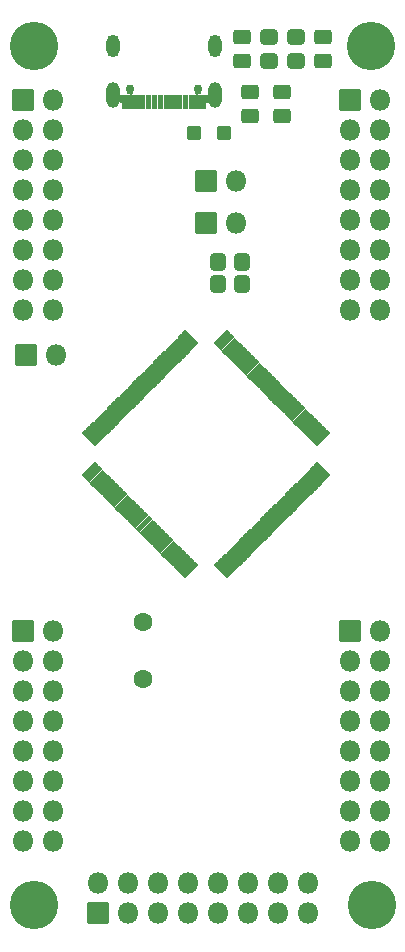
<source format=gts>
%TF.GenerationSoftware,KiCad,Pcbnew,6.0.11+dfsg-1~bpo11+1*%
%TF.CreationDate,2023-05-10T08:43:11-04:00*%
%TF.ProjectId,proto-stm32f427,70726f74-6f2d-4737-946d-333266343237,rev?*%
%TF.SameCoordinates,Original*%
%TF.FileFunction,Soldermask,Top*%
%TF.FilePolarity,Negative*%
%FSLAX46Y46*%
G04 Gerber Fmt 4.6, Leading zero omitted, Abs format (unit mm)*
G04 Created by KiCad (PCBNEW 6.0.11+dfsg-1~bpo11+1) date 2023-05-10 08:43:11*
%MOMM*%
%LPD*%
G01*
G04 APERTURE LIST*
G04 Aperture macros list*
%AMRoundRect*
0 Rectangle with rounded corners*
0 $1 Rounding radius*
0 $2 $3 $4 $5 $6 $7 $8 $9 X,Y pos of 4 corners*
0 Add a 4 corners polygon primitive as box body*
4,1,4,$2,$3,$4,$5,$6,$7,$8,$9,$2,$3,0*
0 Add four circle primitives for the rounded corners*
1,1,$1+$1,$2,$3*
1,1,$1+$1,$4,$5*
1,1,$1+$1,$6,$7*
1,1,$1+$1,$8,$9*
0 Add four rect primitives between the rounded corners*
20,1,$1+$1,$2,$3,$4,$5,0*
20,1,$1+$1,$4,$5,$6,$7,0*
20,1,$1+$1,$6,$7,$8,$9,0*
20,1,$1+$1,$8,$9,$2,$3,0*%
G04 Aperture macros list end*
%ADD10C,4.102000*%
%ADD11RoundRect,0.301000X-0.450000X0.325000X-0.450000X-0.325000X0.450000X-0.325000X0.450000X0.325000X0*%
%ADD12RoundRect,0.051000X-0.850000X-0.850000X0.850000X-0.850000X0.850000X0.850000X-0.850000X0.850000X0*%
%ADD13O,1.802000X1.802000*%
%ADD14RoundRect,0.051000X0.850000X-0.850000X0.850000X0.850000X-0.850000X0.850000X-0.850000X-0.850000X0*%
%ADD15C,1.602000*%
%ADD16RoundRect,0.301000X0.450000X-0.325000X0.450000X0.325000X-0.450000X0.325000X-0.450000X-0.325000X0*%
%ADD17RoundRect,0.301000X-0.450000X0.350000X-0.450000X-0.350000X0.450000X-0.350000X0.450000X0.350000X0*%
%ADD18RoundRect,0.051000X-0.431335X-0.629325X0.629325X0.431335X0.431335X0.629325X-0.629325X-0.431335X0*%
%ADD19RoundRect,0.051000X0.629325X-0.431335X-0.431335X0.629325X-0.629325X0.431335X0.431335X-0.629325X0*%
%ADD20RoundRect,0.301000X0.350000X0.450000X-0.350000X0.450000X-0.350000X-0.450000X0.350000X-0.450000X0*%
%ADD21RoundRect,0.051000X0.500000X0.500000X-0.500000X0.500000X-0.500000X-0.500000X0.500000X-0.500000X0*%
%ADD22C,0.752000*%
%ADD23RoundRect,0.051000X0.300000X0.575000X-0.300000X0.575000X-0.300000X-0.575000X0.300000X-0.575000X0*%
%ADD24RoundRect,0.051000X0.150000X0.575000X-0.150000X0.575000X-0.150000X-0.575000X0.150000X-0.575000X0*%
%ADD25O,1.102000X2.202000*%
%ADD26O,1.102000X1.902000*%
G04 APERTURE END LIST*
D10*
X156000000Y-183200000D03*
X127400000Y-183200000D03*
X127400000Y-110490000D03*
D11*
X145034000Y-109719000D03*
X145034000Y-111769000D03*
X151892000Y-109719000D03*
X151892000Y-111769000D03*
D12*
X126492000Y-160020000D03*
D13*
X129032000Y-160020000D03*
X126492000Y-162560000D03*
X129032000Y-162560000D03*
X126492000Y-165100000D03*
X129032000Y-165100000D03*
X126492000Y-167640000D03*
X129032000Y-167640000D03*
X126492000Y-170180000D03*
X129032000Y-170180000D03*
X126492000Y-172720000D03*
X129032000Y-172720000D03*
X126492000Y-175260000D03*
X129032000Y-175260000D03*
X126492000Y-177800000D03*
X129032000Y-177800000D03*
D12*
X154178000Y-115077000D03*
D13*
X156718000Y-115077000D03*
X154178000Y-117617000D03*
X156718000Y-117617000D03*
X154178000Y-120157000D03*
X156718000Y-120157000D03*
X154178000Y-122697000D03*
X156718000Y-122697000D03*
X154178000Y-125237000D03*
X156718000Y-125237000D03*
X154178000Y-127777000D03*
X156718000Y-127777000D03*
X154178000Y-130317000D03*
X156718000Y-130317000D03*
X154178000Y-132857000D03*
X156718000Y-132857000D03*
D14*
X141981000Y-121920000D03*
D13*
X144521000Y-121920000D03*
D15*
X136652000Y-159204000D03*
X136652000Y-164084000D03*
D14*
X132857000Y-183896000D03*
D13*
X132857000Y-181356000D03*
X135397000Y-183896000D03*
X135397000Y-181356000D03*
X137937000Y-183896000D03*
X137937000Y-181356000D03*
X140477000Y-183896000D03*
X140477000Y-181356000D03*
X143017000Y-183896000D03*
X143017000Y-181356000D03*
X145557000Y-183896000D03*
X145557000Y-181356000D03*
X148097000Y-183896000D03*
X148097000Y-181356000D03*
X150637000Y-183896000D03*
X150637000Y-181356000D03*
D12*
X126487000Y-115062000D03*
D13*
X129027000Y-115062000D03*
X126487000Y-117602000D03*
X129027000Y-117602000D03*
X126487000Y-120142000D03*
X129027000Y-120142000D03*
X126487000Y-122682000D03*
X129027000Y-122682000D03*
X126487000Y-125222000D03*
X129027000Y-125222000D03*
X126487000Y-127762000D03*
X129027000Y-127762000D03*
X126487000Y-130302000D03*
X129027000Y-130302000D03*
X126487000Y-132842000D03*
X129027000Y-132842000D03*
D16*
X145700000Y-116425000D03*
X145700000Y-114375000D03*
D17*
X149606000Y-109744000D03*
X149606000Y-111744000D03*
X147320000Y-109744000D03*
X147320000Y-111744000D03*
D18*
X132157216Y-146377503D03*
X132510769Y-146731056D03*
X132864323Y-147084610D03*
X133217876Y-147438163D03*
X133571429Y-147791716D03*
X133924983Y-148145270D03*
X134278536Y-148498823D03*
X134632089Y-148852377D03*
X134985643Y-149205930D03*
X135339196Y-149559483D03*
X135692750Y-149913037D03*
X136046303Y-150266590D03*
X136399856Y-150620144D03*
X136753410Y-150973697D03*
X137106963Y-151327250D03*
X137460517Y-151680804D03*
X137814070Y-152034357D03*
X138167623Y-152387911D03*
X138521177Y-152741464D03*
X138874730Y-153095017D03*
X139228284Y-153448571D03*
X139581837Y-153802124D03*
X139935390Y-154155677D03*
X140288944Y-154509231D03*
X140642497Y-154862784D03*
D19*
X143329503Y-154862784D03*
X143683056Y-154509231D03*
X144036610Y-154155677D03*
X144390163Y-153802124D03*
X144743716Y-153448571D03*
X145097270Y-153095017D03*
X145450823Y-152741464D03*
X145804377Y-152387911D03*
X146157930Y-152034357D03*
X146511483Y-151680804D03*
X146865037Y-151327250D03*
X147218590Y-150973697D03*
X147572144Y-150620144D03*
X147925697Y-150266590D03*
X148279250Y-149913037D03*
X148632804Y-149559483D03*
X148986357Y-149205930D03*
X149339911Y-148852377D03*
X149693464Y-148498823D03*
X150047017Y-148145270D03*
X150400571Y-147791716D03*
X150754124Y-147438163D03*
X151107677Y-147084610D03*
X151461231Y-146731056D03*
X151814784Y-146377503D03*
D18*
X151814784Y-143690497D03*
X151461231Y-143336944D03*
X151107677Y-142983390D03*
X150754124Y-142629837D03*
X150400571Y-142276284D03*
X150047017Y-141922730D03*
X149693464Y-141569177D03*
X149339911Y-141215623D03*
X148986357Y-140862070D03*
X148632804Y-140508517D03*
X148279250Y-140154963D03*
X147925697Y-139801410D03*
X147572144Y-139447856D03*
X147218590Y-139094303D03*
X146865037Y-138740750D03*
X146511483Y-138387196D03*
X146157930Y-138033643D03*
X145804377Y-137680089D03*
X145450823Y-137326536D03*
X145097270Y-136972983D03*
X144743716Y-136619429D03*
X144390163Y-136265876D03*
X144036610Y-135912323D03*
X143683056Y-135558769D03*
X143329503Y-135205216D03*
D19*
X140642497Y-135205216D03*
X140288944Y-135558769D03*
X139935390Y-135912323D03*
X139581837Y-136265876D03*
X139228284Y-136619429D03*
X138874730Y-136972983D03*
X138521177Y-137326536D03*
X138167623Y-137680089D03*
X137814070Y-138033643D03*
X137460517Y-138387196D03*
X137106963Y-138740750D03*
X136753410Y-139094303D03*
X136399856Y-139447856D03*
X136046303Y-139801410D03*
X135692750Y-140154963D03*
X135339196Y-140508517D03*
X134985643Y-140862070D03*
X134632089Y-141215623D03*
X134278536Y-141569177D03*
X133924983Y-141922730D03*
X133571429Y-142276284D03*
X133217876Y-142629837D03*
X132864323Y-142983390D03*
X132510769Y-143336944D03*
X132157216Y-143690497D03*
D20*
X145018000Y-128778000D03*
X143018000Y-128778000D03*
D21*
X143490000Y-117856000D03*
X140990000Y-117856000D03*
D16*
X148400000Y-116425000D03*
X148400000Y-114375000D03*
D22*
X135540000Y-114111000D03*
X141320000Y-114111000D03*
D23*
X141630000Y-115186000D03*
X140830000Y-115186000D03*
D24*
X139680000Y-115186000D03*
X138680000Y-115186000D03*
X138180000Y-115186000D03*
X137180000Y-115186000D03*
D23*
X136030000Y-115186000D03*
X135230000Y-115186000D03*
X135230000Y-115186000D03*
X136030000Y-115186000D03*
D24*
X136680000Y-115186000D03*
X137680000Y-115186000D03*
X139180000Y-115186000D03*
X140180000Y-115186000D03*
D23*
X140830000Y-115186000D03*
X141630000Y-115186000D03*
D25*
X142750000Y-114611000D03*
D26*
X142750000Y-110431000D03*
D25*
X134110000Y-114611000D03*
D26*
X134110000Y-110431000D03*
D12*
X154178000Y-160020000D03*
D13*
X156718000Y-160020000D03*
X154178000Y-162560000D03*
X156718000Y-162560000D03*
X154178000Y-165100000D03*
X156718000Y-165100000D03*
X154178000Y-167640000D03*
X156718000Y-167640000D03*
X154178000Y-170180000D03*
X156718000Y-170180000D03*
X154178000Y-172720000D03*
X156718000Y-172720000D03*
X154178000Y-175260000D03*
X156718000Y-175260000D03*
X154178000Y-177800000D03*
X156718000Y-177800000D03*
D10*
X155956000Y-110490000D03*
D14*
X141986000Y-125476000D03*
D13*
X144526000Y-125476000D03*
D14*
X126746000Y-136652000D03*
D13*
X129286000Y-136652000D03*
D20*
X145000000Y-130600000D03*
X143000000Y-130600000D03*
G36*
X143005275Y-154082547D02*
G01*
X143005918Y-154083660D01*
X143008498Y-154096634D01*
X143019223Y-154112684D01*
X144079603Y-155173064D01*
X144095653Y-155183789D01*
X144108627Y-155186369D01*
X144110131Y-155187688D01*
X144109741Y-155189650D01*
X144108628Y-155190292D01*
X144107725Y-155190472D01*
X144046105Y-155222703D01*
X144010741Y-155287470D01*
X144010564Y-155288356D01*
X144009245Y-155289859D01*
X144007284Y-155289468D01*
X144006641Y-155288355D01*
X144004061Y-155275381D01*
X143993336Y-155259331D01*
X142932956Y-154198951D01*
X142916906Y-154188226D01*
X142903932Y-154185646D01*
X142902428Y-154184327D01*
X142902818Y-154182365D01*
X142903931Y-154181723D01*
X142904834Y-154181543D01*
X142966454Y-154149312D01*
X143001818Y-154084545D01*
X143001995Y-154083659D01*
X143003314Y-154082156D01*
X143005275Y-154082547D01*
G37*
G36*
X140969363Y-154082546D02*
G01*
X140970005Y-154083659D01*
X140970185Y-154084562D01*
X141002416Y-154146182D01*
X141067183Y-154181546D01*
X141068069Y-154181723D01*
X141069572Y-154183042D01*
X141069181Y-154185003D01*
X141068068Y-154185646D01*
X141055094Y-154188226D01*
X141039044Y-154198951D01*
X139978664Y-155259331D01*
X139967939Y-155275381D01*
X139965359Y-155288355D01*
X139964040Y-155289859D01*
X139962078Y-155289469D01*
X139961436Y-155288356D01*
X139961256Y-155287453D01*
X139929025Y-155225833D01*
X139864258Y-155190469D01*
X139863372Y-155190292D01*
X139861869Y-155188973D01*
X139862260Y-155187012D01*
X139863373Y-155186369D01*
X139876347Y-155183789D01*
X139892397Y-155173064D01*
X140952777Y-154112684D01*
X140963502Y-154096634D01*
X140966082Y-154083660D01*
X140967401Y-154082156D01*
X140969363Y-154082546D01*
G37*
G36*
X143358829Y-153728992D02*
G01*
X143359472Y-153730105D01*
X143362052Y-153743080D01*
X143372777Y-153759130D01*
X144433157Y-154819510D01*
X144449207Y-154830235D01*
X144462182Y-154832815D01*
X144463686Y-154834134D01*
X144463296Y-154836096D01*
X144462183Y-154836738D01*
X144461276Y-154836919D01*
X144399659Y-154869151D01*
X144364294Y-154933915D01*
X144364117Y-154934804D01*
X144362798Y-154936307D01*
X144360837Y-154935916D01*
X144360194Y-154934803D01*
X144357614Y-154921828D01*
X144346889Y-154905778D01*
X143286509Y-153845398D01*
X143270459Y-153834673D01*
X143257484Y-153832093D01*
X143255980Y-153830774D01*
X143256370Y-153828812D01*
X143257483Y-153828170D01*
X143258390Y-153827989D01*
X143320007Y-153795757D01*
X143355372Y-153730993D01*
X143355549Y-153730104D01*
X143356868Y-153728601D01*
X143358829Y-153728992D01*
G37*
G36*
X140615809Y-153728991D02*
G01*
X140616451Y-153730104D01*
X140616632Y-153731011D01*
X140648864Y-153792628D01*
X140713628Y-153827993D01*
X140714517Y-153828170D01*
X140716020Y-153829489D01*
X140715629Y-153831450D01*
X140714516Y-153832093D01*
X140701541Y-153834673D01*
X140685491Y-153845398D01*
X139625111Y-154905778D01*
X139614386Y-154921828D01*
X139611806Y-154934803D01*
X139610487Y-154936307D01*
X139608525Y-154935917D01*
X139607883Y-154934804D01*
X139607702Y-154933897D01*
X139575470Y-154872280D01*
X139510706Y-154836915D01*
X139509817Y-154836738D01*
X139508314Y-154835419D01*
X139508705Y-154833458D01*
X139509818Y-154832815D01*
X139522793Y-154830235D01*
X139538843Y-154819510D01*
X140599223Y-153759130D01*
X140609948Y-153743080D01*
X140612528Y-153730105D01*
X140613847Y-153728601D01*
X140615809Y-153728991D01*
G37*
G36*
X140262256Y-153375439D02*
G01*
X140262898Y-153376552D01*
X140263078Y-153377455D01*
X140295309Y-153439075D01*
X140360076Y-153474439D01*
X140360962Y-153474616D01*
X140362465Y-153475935D01*
X140362074Y-153477896D01*
X140360961Y-153478539D01*
X140347987Y-153481119D01*
X140331937Y-153491844D01*
X139271557Y-154552224D01*
X139260832Y-154568274D01*
X139258252Y-154581248D01*
X139256933Y-154582752D01*
X139254971Y-154582362D01*
X139254329Y-154581249D01*
X139254149Y-154580346D01*
X139221918Y-154518726D01*
X139157151Y-154483362D01*
X139156265Y-154483185D01*
X139154762Y-154481866D01*
X139155153Y-154479905D01*
X139156266Y-154479262D01*
X139169240Y-154476682D01*
X139185290Y-154465957D01*
X140245670Y-153405577D01*
X140256395Y-153389527D01*
X140258975Y-153376553D01*
X140260294Y-153375049D01*
X140262256Y-153375439D01*
G37*
G36*
X143712382Y-153375440D02*
G01*
X143713025Y-153376553D01*
X143715605Y-153389527D01*
X143726330Y-153405577D01*
X144786710Y-154465957D01*
X144802760Y-154476682D01*
X144815734Y-154479262D01*
X144817238Y-154480581D01*
X144816848Y-154482543D01*
X144815735Y-154483185D01*
X144814832Y-154483365D01*
X144753212Y-154515596D01*
X144717848Y-154580363D01*
X144717671Y-154581249D01*
X144716352Y-154582752D01*
X144714391Y-154582361D01*
X144713748Y-154581248D01*
X144711168Y-154568274D01*
X144700443Y-154552224D01*
X143640063Y-153491844D01*
X143624013Y-153481119D01*
X143611039Y-153478539D01*
X143609535Y-153477220D01*
X143609925Y-153475258D01*
X143611038Y-153474616D01*
X143611941Y-153474436D01*
X143673561Y-153442205D01*
X143708925Y-153377438D01*
X143709102Y-153376552D01*
X143710421Y-153375049D01*
X143712382Y-153375440D01*
G37*
G36*
X144065935Y-153021887D02*
G01*
X144066578Y-153023000D01*
X144069158Y-153035974D01*
X144079883Y-153052024D01*
X145140263Y-154112404D01*
X145156313Y-154123129D01*
X145169287Y-154125709D01*
X145170791Y-154127028D01*
X145170401Y-154128990D01*
X145169288Y-154129632D01*
X145168385Y-154129812D01*
X145106765Y-154162043D01*
X145071401Y-154226810D01*
X145071224Y-154227696D01*
X145069905Y-154229199D01*
X145067944Y-154228808D01*
X145067301Y-154227695D01*
X145064721Y-154214721D01*
X145053996Y-154198671D01*
X143993616Y-153138291D01*
X143977566Y-153127566D01*
X143964592Y-153124986D01*
X143963088Y-153123667D01*
X143963478Y-153121705D01*
X143964591Y-153121063D01*
X143965494Y-153120883D01*
X144027114Y-153088652D01*
X144062478Y-153023885D01*
X144062655Y-153022999D01*
X144063974Y-153021496D01*
X144065935Y-153021887D01*
G37*
G36*
X139908703Y-153021886D02*
G01*
X139909345Y-153022999D01*
X139909525Y-153023902D01*
X139941756Y-153085522D01*
X140006523Y-153120886D01*
X140007409Y-153121063D01*
X140008912Y-153122382D01*
X140008521Y-153124343D01*
X140007408Y-153124986D01*
X139994434Y-153127566D01*
X139978384Y-153138291D01*
X138918004Y-154198671D01*
X138907279Y-154214721D01*
X138904699Y-154227695D01*
X138903380Y-154229199D01*
X138901418Y-154228809D01*
X138900776Y-154227696D01*
X138900596Y-154226793D01*
X138868365Y-154165173D01*
X138803598Y-154129809D01*
X138802712Y-154129632D01*
X138801209Y-154128313D01*
X138801600Y-154126352D01*
X138802713Y-154125709D01*
X138815687Y-154123129D01*
X138831737Y-154112404D01*
X139892117Y-153052024D01*
X139902842Y-153035974D01*
X139905422Y-153023000D01*
X139906741Y-153021496D01*
X139908703Y-153021886D01*
G37*
G36*
X144419489Y-152668332D02*
G01*
X144420132Y-152669445D01*
X144422712Y-152682420D01*
X144433437Y-152698470D01*
X145493817Y-153758850D01*
X145509867Y-153769575D01*
X145522842Y-153772155D01*
X145524346Y-153773474D01*
X145523956Y-153775436D01*
X145522843Y-153776078D01*
X145521936Y-153776259D01*
X145460319Y-153808491D01*
X145424954Y-153873255D01*
X145424777Y-153874144D01*
X145423458Y-153875647D01*
X145421497Y-153875256D01*
X145420854Y-153874143D01*
X145418274Y-153861168D01*
X145407549Y-153845118D01*
X144347169Y-152784738D01*
X144331119Y-152774013D01*
X144318144Y-152771433D01*
X144316640Y-152770114D01*
X144317030Y-152768152D01*
X144318143Y-152767510D01*
X144319050Y-152767329D01*
X144380667Y-152735097D01*
X144416032Y-152670333D01*
X144416209Y-152669444D01*
X144417528Y-152667941D01*
X144419489Y-152668332D01*
G37*
G36*
X139555149Y-152668331D02*
G01*
X139555791Y-152669444D01*
X139555972Y-152670351D01*
X139588204Y-152731968D01*
X139652968Y-152767333D01*
X139653857Y-152767510D01*
X139655360Y-152768829D01*
X139654969Y-152770790D01*
X139653856Y-152771433D01*
X139640881Y-152774013D01*
X139624831Y-152784738D01*
X138564451Y-153845118D01*
X138553726Y-153861168D01*
X138551146Y-153874143D01*
X138549827Y-153875647D01*
X138547865Y-153875257D01*
X138547223Y-153874144D01*
X138547042Y-153873237D01*
X138514810Y-153811620D01*
X138450046Y-153776255D01*
X138449157Y-153776078D01*
X138447654Y-153774759D01*
X138448045Y-153772798D01*
X138449158Y-153772155D01*
X138462133Y-153769575D01*
X138478183Y-153758850D01*
X139538563Y-152698470D01*
X139549288Y-152682420D01*
X139551868Y-152669445D01*
X139553187Y-152667941D01*
X139555149Y-152668331D01*
G37*
G36*
X139201596Y-152314779D02*
G01*
X139202238Y-152315892D01*
X139202418Y-152316795D01*
X139234649Y-152378415D01*
X139299416Y-152413779D01*
X139300302Y-152413956D01*
X139301805Y-152415275D01*
X139301414Y-152417236D01*
X139300301Y-152417879D01*
X139287327Y-152420459D01*
X139271277Y-152431184D01*
X138210897Y-153491564D01*
X138200172Y-153507614D01*
X138197592Y-153520588D01*
X138196273Y-153522092D01*
X138194311Y-153521702D01*
X138193669Y-153520589D01*
X138193489Y-153519686D01*
X138161258Y-153458066D01*
X138096491Y-153422702D01*
X138095605Y-153422525D01*
X138094102Y-153421206D01*
X138094493Y-153419245D01*
X138095606Y-153418602D01*
X138108580Y-153416022D01*
X138124630Y-153405297D01*
X139185010Y-152344917D01*
X139195735Y-152328867D01*
X139198315Y-152315893D01*
X139199634Y-152314389D01*
X139201596Y-152314779D01*
G37*
G36*
X144773042Y-152314780D02*
G01*
X144773685Y-152315893D01*
X144776265Y-152328867D01*
X144786990Y-152344917D01*
X145847370Y-153405297D01*
X145863420Y-153416022D01*
X145876394Y-153418602D01*
X145877898Y-153419921D01*
X145877508Y-153421883D01*
X145876395Y-153422525D01*
X145875492Y-153422705D01*
X145813872Y-153454936D01*
X145778508Y-153519703D01*
X145778331Y-153520589D01*
X145777012Y-153522092D01*
X145775051Y-153521701D01*
X145774408Y-153520588D01*
X145771828Y-153507614D01*
X145761103Y-153491564D01*
X144700723Y-152431184D01*
X144684673Y-152420459D01*
X144671699Y-152417879D01*
X144670195Y-152416560D01*
X144670585Y-152414598D01*
X144671698Y-152413956D01*
X144672601Y-152413776D01*
X144734221Y-152381545D01*
X144769585Y-152316778D01*
X144769762Y-152315892D01*
X144771081Y-152314389D01*
X144773042Y-152314780D01*
G37*
G36*
X145126596Y-151961227D02*
G01*
X145127239Y-151962340D01*
X145129819Y-151975314D01*
X145140544Y-151991364D01*
X146200924Y-153051744D01*
X146216974Y-153062469D01*
X146229949Y-153065049D01*
X146231453Y-153066368D01*
X146231063Y-153068330D01*
X146229950Y-153068972D01*
X146229043Y-153069153D01*
X146167424Y-153101385D01*
X146132061Y-153166150D01*
X146131884Y-153167036D01*
X146130565Y-153168539D01*
X146128604Y-153168148D01*
X146127961Y-153167035D01*
X146125381Y-153154061D01*
X146114656Y-153138011D01*
X145054276Y-152077631D01*
X145038226Y-152066906D01*
X145025251Y-152064326D01*
X145023747Y-152063007D01*
X145024137Y-152061045D01*
X145025250Y-152060403D01*
X145026157Y-152060222D01*
X145087776Y-152027990D01*
X145123139Y-151963225D01*
X145123316Y-151962339D01*
X145124635Y-151960836D01*
X145126596Y-151961227D01*
G37*
G36*
X138848042Y-151961226D02*
G01*
X138848684Y-151962339D01*
X138848864Y-151963242D01*
X138881095Y-152024860D01*
X138945861Y-152060226D01*
X138946750Y-152060403D01*
X138948253Y-152061722D01*
X138947862Y-152063683D01*
X138946749Y-152064326D01*
X138933774Y-152066906D01*
X138917724Y-152077631D01*
X137857344Y-153138011D01*
X137846619Y-153154061D01*
X137844039Y-153167035D01*
X137842720Y-153168539D01*
X137840758Y-153168149D01*
X137840116Y-153167036D01*
X137839936Y-153166133D01*
X137807705Y-153104515D01*
X137742939Y-153069149D01*
X137742050Y-153068972D01*
X137740547Y-153067653D01*
X137740938Y-153065692D01*
X137742051Y-153065049D01*
X137755026Y-153062469D01*
X137771076Y-153051744D01*
X138831456Y-151991364D01*
X138842181Y-151975314D01*
X138844761Y-151962340D01*
X138846080Y-151960836D01*
X138848042Y-151961226D01*
G37*
G36*
X145480149Y-151607672D02*
G01*
X145480792Y-151608785D01*
X145483372Y-151621760D01*
X145494097Y-151637810D01*
X146554477Y-152698190D01*
X146570527Y-152708915D01*
X146583501Y-152711495D01*
X146585005Y-152712814D01*
X146584615Y-152714776D01*
X146583502Y-152715418D01*
X146582599Y-152715598D01*
X146520981Y-152747829D01*
X146485615Y-152812595D01*
X146485438Y-152813484D01*
X146484119Y-152814987D01*
X146482158Y-152814596D01*
X146481515Y-152813483D01*
X146478935Y-152800508D01*
X146468210Y-152784458D01*
X145407830Y-151724078D01*
X145391780Y-151713353D01*
X145378806Y-151710773D01*
X145377302Y-151709454D01*
X145377692Y-151707492D01*
X145378805Y-151706850D01*
X145379708Y-151706670D01*
X145441326Y-151674439D01*
X145476692Y-151609673D01*
X145476869Y-151608784D01*
X145478188Y-151607281D01*
X145480149Y-151607672D01*
G37*
G36*
X138494489Y-151607671D02*
G01*
X138495131Y-151608784D01*
X138495312Y-151609691D01*
X138527544Y-151671310D01*
X138592309Y-151706673D01*
X138593195Y-151706850D01*
X138594698Y-151708169D01*
X138594307Y-151710130D01*
X138593194Y-151710773D01*
X138580220Y-151713353D01*
X138564170Y-151724078D01*
X137503790Y-152784458D01*
X137493065Y-152800508D01*
X137490485Y-152813483D01*
X137489166Y-152814987D01*
X137487204Y-152814597D01*
X137486562Y-152813484D01*
X137486381Y-152812577D01*
X137454149Y-152750958D01*
X137389384Y-152715595D01*
X137388498Y-152715418D01*
X137386995Y-152714099D01*
X137387386Y-152712138D01*
X137388499Y-152711495D01*
X137401473Y-152708915D01*
X137417523Y-152698190D01*
X138477903Y-151637810D01*
X138488628Y-151621760D01*
X138491208Y-151608785D01*
X138492527Y-151607281D01*
X138494489Y-151607671D01*
G37*
G36*
X138140936Y-151254119D02*
G01*
X138141578Y-151255232D01*
X138141758Y-151256135D01*
X138173989Y-151317755D01*
X138238756Y-151353119D01*
X138239642Y-151353296D01*
X138241145Y-151354615D01*
X138240754Y-151356576D01*
X138239641Y-151357219D01*
X138226667Y-151359799D01*
X138210617Y-151370524D01*
X137150237Y-152430904D01*
X137139512Y-152446954D01*
X137136932Y-152459928D01*
X137135613Y-152461432D01*
X137133651Y-152461042D01*
X137133009Y-152459929D01*
X137132829Y-152459026D01*
X137100598Y-152397406D01*
X137035831Y-152362042D01*
X137034945Y-152361865D01*
X137033442Y-152360546D01*
X137033833Y-152358585D01*
X137034946Y-152357942D01*
X137047920Y-152355362D01*
X137063970Y-152344637D01*
X138124350Y-151284257D01*
X138135075Y-151268207D01*
X138137655Y-151255233D01*
X138138974Y-151253729D01*
X138140936Y-151254119D01*
G37*
G36*
X145833702Y-151254120D02*
G01*
X145834345Y-151255233D01*
X145836925Y-151268207D01*
X145847650Y-151284257D01*
X146908030Y-152344637D01*
X146924080Y-152355362D01*
X146937054Y-152357942D01*
X146938558Y-152359261D01*
X146938168Y-152361223D01*
X146937055Y-152361865D01*
X146936152Y-152362045D01*
X146874532Y-152394276D01*
X146839168Y-152459043D01*
X146838991Y-152459929D01*
X146837672Y-152461432D01*
X146835711Y-152461041D01*
X146835068Y-152459928D01*
X146832488Y-152446954D01*
X146821763Y-152430904D01*
X145761383Y-151370524D01*
X145745333Y-151359799D01*
X145732359Y-151357219D01*
X145730855Y-151355900D01*
X145731245Y-151353938D01*
X145732358Y-151353296D01*
X145733261Y-151353116D01*
X145794881Y-151320885D01*
X145830245Y-151256118D01*
X145830422Y-151255232D01*
X145831741Y-151253729D01*
X145833702Y-151254120D01*
G37*
G36*
X137787382Y-150900564D02*
G01*
X137788024Y-150901677D01*
X137788205Y-150902584D01*
X137820437Y-150964201D01*
X137885201Y-150999566D01*
X137886090Y-150999743D01*
X137887593Y-151001062D01*
X137887202Y-151003023D01*
X137886089Y-151003666D01*
X137873114Y-151006246D01*
X137857064Y-151016971D01*
X136796684Y-152077351D01*
X136785959Y-152093401D01*
X136783379Y-152106376D01*
X136782060Y-152107880D01*
X136780098Y-152107490D01*
X136779456Y-152106377D01*
X136779275Y-152105470D01*
X136747043Y-152043853D01*
X136682279Y-152008488D01*
X136681390Y-152008311D01*
X136679887Y-152006992D01*
X136680278Y-152005031D01*
X136681391Y-152004388D01*
X136694366Y-152001808D01*
X136710416Y-151991083D01*
X137770796Y-150930703D01*
X137781521Y-150914653D01*
X137784101Y-150901678D01*
X137785420Y-150900174D01*
X137787382Y-150900564D01*
G37*
G36*
X146187256Y-150900565D02*
G01*
X146187899Y-150901678D01*
X146190479Y-150914653D01*
X146201204Y-150930703D01*
X147261584Y-151991083D01*
X147277634Y-152001808D01*
X147290609Y-152004388D01*
X147292113Y-152005707D01*
X147291723Y-152007669D01*
X147290610Y-152008311D01*
X147289703Y-152008492D01*
X147228086Y-152040724D01*
X147192721Y-152105488D01*
X147192544Y-152106377D01*
X147191225Y-152107880D01*
X147189264Y-152107489D01*
X147188621Y-152106376D01*
X147186041Y-152093401D01*
X147175316Y-152077351D01*
X146114936Y-151016971D01*
X146098886Y-151006246D01*
X146085911Y-151003666D01*
X146084407Y-151002347D01*
X146084797Y-151000385D01*
X146085910Y-150999743D01*
X146086817Y-150999562D01*
X146148434Y-150967330D01*
X146183799Y-150902566D01*
X146183976Y-150901677D01*
X146185295Y-150900174D01*
X146187256Y-150900565D01*
G37*
G36*
X137433829Y-150547012D02*
G01*
X137434471Y-150548125D01*
X137434651Y-150549028D01*
X137466882Y-150610648D01*
X137531649Y-150646012D01*
X137532535Y-150646189D01*
X137534038Y-150647508D01*
X137533647Y-150649469D01*
X137532534Y-150650112D01*
X137519560Y-150652692D01*
X137503510Y-150663417D01*
X136443130Y-151723797D01*
X136432405Y-151739847D01*
X136429825Y-151752821D01*
X136428506Y-151754325D01*
X136426544Y-151753935D01*
X136425902Y-151752822D01*
X136425722Y-151751919D01*
X136393491Y-151690299D01*
X136328724Y-151654935D01*
X136327838Y-151654758D01*
X136326335Y-151653439D01*
X136326726Y-151651478D01*
X136327839Y-151650835D01*
X136340813Y-151648255D01*
X136356863Y-151637530D01*
X137417243Y-150577150D01*
X137427968Y-150561100D01*
X137430548Y-150548126D01*
X137431867Y-150546622D01*
X137433829Y-150547012D01*
G37*
G36*
X146540809Y-150547013D02*
G01*
X146541452Y-150548126D01*
X146544032Y-150561100D01*
X146554757Y-150577150D01*
X147615137Y-151637530D01*
X147631187Y-151648255D01*
X147644161Y-151650835D01*
X147645665Y-151652154D01*
X147645275Y-151654116D01*
X147644162Y-151654758D01*
X147643259Y-151654938D01*
X147581639Y-151687169D01*
X147546275Y-151751936D01*
X147546098Y-151752822D01*
X147544779Y-151754325D01*
X147542818Y-151753934D01*
X147542175Y-151752821D01*
X147539595Y-151739847D01*
X147528870Y-151723797D01*
X146468490Y-150663417D01*
X146452440Y-150652692D01*
X146439466Y-150650112D01*
X146437962Y-150648793D01*
X146438352Y-150646831D01*
X146439465Y-150646189D01*
X146440368Y-150646009D01*
X146501988Y-150613778D01*
X146537352Y-150549011D01*
X146537529Y-150548125D01*
X146538848Y-150546622D01*
X146540809Y-150547013D01*
G37*
G36*
X137080275Y-150193459D02*
G01*
X137080917Y-150194572D01*
X137081097Y-150195475D01*
X137113328Y-150257093D01*
X137178094Y-150292459D01*
X137178983Y-150292636D01*
X137180486Y-150293955D01*
X137180095Y-150295916D01*
X137178982Y-150296559D01*
X137166007Y-150299139D01*
X137149957Y-150309864D01*
X136089577Y-151370244D01*
X136078852Y-151386294D01*
X136076272Y-151399268D01*
X136074953Y-151400772D01*
X136072991Y-151400382D01*
X136072349Y-151399269D01*
X136072169Y-151398366D01*
X136039938Y-151336748D01*
X135975172Y-151301382D01*
X135974283Y-151301205D01*
X135972780Y-151299886D01*
X135973171Y-151297925D01*
X135974284Y-151297282D01*
X135987259Y-151294702D01*
X136003309Y-151283977D01*
X137063689Y-150223597D01*
X137074414Y-150207547D01*
X137076994Y-150194573D01*
X137078313Y-150193069D01*
X137080275Y-150193459D01*
G37*
G36*
X146894363Y-150193460D02*
G01*
X146895006Y-150194573D01*
X146897586Y-150207547D01*
X146908311Y-150223597D01*
X147968691Y-151283977D01*
X147984741Y-151294702D01*
X147997716Y-151297282D01*
X147999220Y-151298601D01*
X147998830Y-151300563D01*
X147997717Y-151301205D01*
X147996810Y-151301386D01*
X147935191Y-151333618D01*
X147899828Y-151398383D01*
X147899651Y-151399269D01*
X147898332Y-151400772D01*
X147896371Y-151400381D01*
X147895728Y-151399268D01*
X147893148Y-151386294D01*
X147882423Y-151370244D01*
X146822043Y-150309864D01*
X146805993Y-150299139D01*
X146793018Y-150296559D01*
X146791514Y-150295240D01*
X146791904Y-150293278D01*
X146793017Y-150292636D01*
X146793924Y-150292455D01*
X146855543Y-150260223D01*
X146890906Y-150195458D01*
X146891083Y-150194572D01*
X146892402Y-150193069D01*
X146894363Y-150193460D01*
G37*
G36*
X136726722Y-149839904D02*
G01*
X136727364Y-149841017D01*
X136727545Y-149841924D01*
X136759777Y-149903543D01*
X136824542Y-149938906D01*
X136825428Y-149939083D01*
X136826931Y-149940402D01*
X136826540Y-149942363D01*
X136825427Y-149943006D01*
X136812453Y-149945586D01*
X136796403Y-149956311D01*
X135736023Y-151016691D01*
X135725298Y-151032741D01*
X135722718Y-151045716D01*
X135721399Y-151047220D01*
X135719437Y-151046830D01*
X135718795Y-151045717D01*
X135718614Y-151044810D01*
X135686382Y-150983191D01*
X135621617Y-150947828D01*
X135620731Y-150947651D01*
X135619228Y-150946332D01*
X135619619Y-150944371D01*
X135620732Y-150943728D01*
X135633706Y-150941148D01*
X135649756Y-150930423D01*
X136710136Y-149870043D01*
X136720861Y-149853993D01*
X136723441Y-149841018D01*
X136724760Y-149839514D01*
X136726722Y-149839904D01*
G37*
G36*
X147247916Y-149839905D02*
G01*
X147248559Y-149841018D01*
X147251139Y-149853993D01*
X147261864Y-149870043D01*
X148322244Y-150930423D01*
X148338294Y-150941148D01*
X148351268Y-150943728D01*
X148352772Y-150945047D01*
X148352382Y-150947009D01*
X148351269Y-150947651D01*
X148350366Y-150947831D01*
X148288748Y-150980062D01*
X148253382Y-151044828D01*
X148253205Y-151045717D01*
X148251886Y-151047220D01*
X148249925Y-151046829D01*
X148249282Y-151045716D01*
X148246702Y-151032741D01*
X148235977Y-151016691D01*
X147175597Y-149956311D01*
X147159547Y-149945586D01*
X147146573Y-149943006D01*
X147145069Y-149941687D01*
X147145459Y-149939725D01*
X147146572Y-149939083D01*
X147147475Y-149938903D01*
X147209093Y-149906672D01*
X147244459Y-149841906D01*
X147244636Y-149841017D01*
X147245955Y-149839514D01*
X147247916Y-149839905D01*
G37*
G36*
X136373169Y-149486352D02*
G01*
X136373811Y-149487465D01*
X136373991Y-149488368D01*
X136406222Y-149549988D01*
X136470989Y-149585352D01*
X136471875Y-149585529D01*
X136473378Y-149586848D01*
X136472987Y-149588809D01*
X136471874Y-149589452D01*
X136458900Y-149592032D01*
X136442850Y-149602757D01*
X135382470Y-150663137D01*
X135371745Y-150679187D01*
X135369165Y-150692161D01*
X135367846Y-150693665D01*
X135365884Y-150693275D01*
X135365242Y-150692162D01*
X135365062Y-150691259D01*
X135332831Y-150629639D01*
X135268064Y-150594275D01*
X135267178Y-150594098D01*
X135265675Y-150592779D01*
X135266066Y-150590818D01*
X135267179Y-150590175D01*
X135280153Y-150587595D01*
X135296203Y-150576870D01*
X136356583Y-149516490D01*
X136367308Y-149500440D01*
X136369888Y-149487466D01*
X136371207Y-149485962D01*
X136373169Y-149486352D01*
G37*
G36*
X147601469Y-149486353D02*
G01*
X147602112Y-149487466D01*
X147604692Y-149500440D01*
X147615417Y-149516490D01*
X148675797Y-150576870D01*
X148691847Y-150587595D01*
X148704821Y-150590175D01*
X148706325Y-150591494D01*
X148705935Y-150593456D01*
X148704822Y-150594098D01*
X148703919Y-150594278D01*
X148642299Y-150626509D01*
X148606935Y-150691276D01*
X148606758Y-150692162D01*
X148605439Y-150693665D01*
X148603478Y-150693274D01*
X148602835Y-150692161D01*
X148600255Y-150679187D01*
X148589530Y-150663137D01*
X147529150Y-149602757D01*
X147513100Y-149592032D01*
X147500126Y-149589452D01*
X147498622Y-149588133D01*
X147499012Y-149586171D01*
X147500125Y-149585529D01*
X147501028Y-149585349D01*
X147562648Y-149553118D01*
X147598012Y-149488351D01*
X147598189Y-149487465D01*
X147599508Y-149485962D01*
X147601469Y-149486353D01*
G37*
G36*
X136019615Y-149132797D02*
G01*
X136020257Y-149133910D01*
X136020438Y-149134817D01*
X136052670Y-149196434D01*
X136117434Y-149231799D01*
X136118323Y-149231976D01*
X136119826Y-149233295D01*
X136119435Y-149235256D01*
X136118322Y-149235899D01*
X136105347Y-149238479D01*
X136089297Y-149249204D01*
X135028917Y-150309584D01*
X135018192Y-150325634D01*
X135015612Y-150338609D01*
X135014293Y-150340113D01*
X135012331Y-150339723D01*
X135011689Y-150338610D01*
X135011508Y-150337703D01*
X134979276Y-150276086D01*
X134914512Y-150240721D01*
X134913623Y-150240544D01*
X134912120Y-150239225D01*
X134912511Y-150237264D01*
X134913624Y-150236621D01*
X134926599Y-150234041D01*
X134942649Y-150223316D01*
X136003029Y-149162936D01*
X136013754Y-149146886D01*
X136016334Y-149133911D01*
X136017653Y-149132407D01*
X136019615Y-149132797D01*
G37*
G36*
X147955023Y-149132798D02*
G01*
X147955666Y-149133911D01*
X147958246Y-149146886D01*
X147968971Y-149162936D01*
X149029351Y-150223316D01*
X149045401Y-150234041D01*
X149058376Y-150236621D01*
X149059880Y-150237940D01*
X149059490Y-150239902D01*
X149058377Y-150240544D01*
X149057470Y-150240725D01*
X148995853Y-150272957D01*
X148960488Y-150337721D01*
X148960311Y-150338610D01*
X148958992Y-150340113D01*
X148957031Y-150339722D01*
X148956388Y-150338609D01*
X148953808Y-150325634D01*
X148943083Y-150309584D01*
X147882703Y-149249204D01*
X147866653Y-149238479D01*
X147853678Y-149235899D01*
X147852174Y-149234580D01*
X147852564Y-149232618D01*
X147853677Y-149231976D01*
X147854584Y-149231795D01*
X147916201Y-149199563D01*
X147951566Y-149134799D01*
X147951743Y-149133910D01*
X147953062Y-149132407D01*
X147955023Y-149132798D01*
G37*
G36*
X148308576Y-148779246D02*
G01*
X148309219Y-148780359D01*
X148311799Y-148793333D01*
X148322524Y-148809383D01*
X149382904Y-149869763D01*
X149398954Y-149880488D01*
X149411928Y-149883068D01*
X149413432Y-149884387D01*
X149413042Y-149886349D01*
X149411929Y-149886991D01*
X149411026Y-149887171D01*
X149349406Y-149919402D01*
X149314042Y-149984169D01*
X149313865Y-149985055D01*
X149312546Y-149986558D01*
X149310585Y-149986167D01*
X149309942Y-149985054D01*
X149307362Y-149972080D01*
X149296637Y-149956030D01*
X148236257Y-148895650D01*
X148220207Y-148884925D01*
X148207233Y-148882345D01*
X148205729Y-148881026D01*
X148206119Y-148879064D01*
X148207232Y-148878422D01*
X148208135Y-148878242D01*
X148269755Y-148846011D01*
X148305119Y-148781244D01*
X148305296Y-148780358D01*
X148306615Y-148778855D01*
X148308576Y-148779246D01*
G37*
G36*
X135666062Y-148779245D02*
G01*
X135666704Y-148780358D01*
X135666884Y-148781261D01*
X135699115Y-148842881D01*
X135763882Y-148878245D01*
X135764768Y-148878422D01*
X135766271Y-148879741D01*
X135765880Y-148881702D01*
X135764767Y-148882345D01*
X135751793Y-148884925D01*
X135735743Y-148895650D01*
X134675363Y-149956030D01*
X134664638Y-149972080D01*
X134662058Y-149985054D01*
X134660739Y-149986558D01*
X134658777Y-149986168D01*
X134658135Y-149985055D01*
X134657955Y-149984152D01*
X134625724Y-149922532D01*
X134560957Y-149887168D01*
X134560071Y-149886991D01*
X134558568Y-149885672D01*
X134558959Y-149883711D01*
X134560072Y-149883068D01*
X134573046Y-149880488D01*
X134589096Y-149869763D01*
X135649476Y-148809383D01*
X135660201Y-148793333D01*
X135662781Y-148780359D01*
X135664100Y-148778855D01*
X135666062Y-148779245D01*
G37*
G36*
X135312508Y-148425692D02*
G01*
X135313150Y-148426805D01*
X135313330Y-148427708D01*
X135345561Y-148489326D01*
X135410327Y-148524692D01*
X135411216Y-148524869D01*
X135412719Y-148526188D01*
X135412328Y-148528149D01*
X135411215Y-148528792D01*
X135398240Y-148531372D01*
X135382190Y-148542097D01*
X134321810Y-149602477D01*
X134311085Y-149618527D01*
X134308505Y-149631501D01*
X134307186Y-149633005D01*
X134305224Y-149632615D01*
X134304582Y-149631502D01*
X134304402Y-149630599D01*
X134272171Y-149568981D01*
X134207405Y-149533615D01*
X134206516Y-149533438D01*
X134205013Y-149532119D01*
X134205404Y-149530158D01*
X134206517Y-149529515D01*
X134219492Y-149526935D01*
X134235542Y-149516210D01*
X135295922Y-148455830D01*
X135306647Y-148439780D01*
X135309227Y-148426806D01*
X135310546Y-148425302D01*
X135312508Y-148425692D01*
G37*
G36*
X148662130Y-148425693D02*
G01*
X148662773Y-148426806D01*
X148665353Y-148439780D01*
X148676078Y-148455830D01*
X149736458Y-149516210D01*
X149752508Y-149526935D01*
X149765483Y-149529515D01*
X149766987Y-149530834D01*
X149766597Y-149532796D01*
X149765484Y-149533438D01*
X149764577Y-149533619D01*
X149702958Y-149565851D01*
X149667595Y-149630616D01*
X149667418Y-149631502D01*
X149666099Y-149633005D01*
X149664138Y-149632614D01*
X149663495Y-149631501D01*
X149660915Y-149618527D01*
X149650190Y-149602477D01*
X148589810Y-148542097D01*
X148573760Y-148531372D01*
X148560785Y-148528792D01*
X148559281Y-148527473D01*
X148559671Y-148525511D01*
X148560784Y-148524869D01*
X148561691Y-148524688D01*
X148623310Y-148492456D01*
X148658673Y-148427691D01*
X148658850Y-148426805D01*
X148660169Y-148425302D01*
X148662130Y-148425693D01*
G37*
G36*
X134958955Y-148072137D02*
G01*
X134959597Y-148073250D01*
X134959778Y-148074157D01*
X134992010Y-148135776D01*
X135056775Y-148171139D01*
X135057661Y-148171316D01*
X135059164Y-148172635D01*
X135058773Y-148174596D01*
X135057660Y-148175239D01*
X135044686Y-148177819D01*
X135028636Y-148188544D01*
X133968256Y-149248924D01*
X133957531Y-149264974D01*
X133954951Y-149277949D01*
X133953632Y-149279453D01*
X133951670Y-149279063D01*
X133951028Y-149277950D01*
X133950847Y-149277043D01*
X133918615Y-149215424D01*
X133853850Y-149180061D01*
X133852964Y-149179884D01*
X133851461Y-149178565D01*
X133851852Y-149176604D01*
X133852965Y-149175961D01*
X133865939Y-149173381D01*
X133881989Y-149162656D01*
X134942369Y-148102276D01*
X134953094Y-148086226D01*
X134955674Y-148073251D01*
X134956993Y-148071747D01*
X134958955Y-148072137D01*
G37*
G36*
X149015683Y-148072138D02*
G01*
X149016326Y-148073251D01*
X149018906Y-148086226D01*
X149029631Y-148102276D01*
X150090011Y-149162656D01*
X150106061Y-149173381D01*
X150119035Y-149175961D01*
X150120539Y-149177280D01*
X150120149Y-149179242D01*
X150119036Y-149179884D01*
X150118133Y-149180064D01*
X150056515Y-149212295D01*
X150021149Y-149277061D01*
X150020972Y-149277950D01*
X150019653Y-149279453D01*
X150017692Y-149279062D01*
X150017049Y-149277949D01*
X150014469Y-149264974D01*
X150003744Y-149248924D01*
X148943364Y-148188544D01*
X148927314Y-148177819D01*
X148914340Y-148175239D01*
X148912836Y-148173920D01*
X148913226Y-148171958D01*
X148914339Y-148171316D01*
X148915242Y-148171136D01*
X148976860Y-148138905D01*
X149012226Y-148074139D01*
X149012403Y-148073250D01*
X149013722Y-148071747D01*
X149015683Y-148072138D01*
G37*
G36*
X134605402Y-147718585D02*
G01*
X134606044Y-147719698D01*
X134606224Y-147720601D01*
X134638455Y-147782221D01*
X134703222Y-147817585D01*
X134704108Y-147817762D01*
X134705611Y-147819081D01*
X134705220Y-147821042D01*
X134704107Y-147821685D01*
X134691133Y-147824265D01*
X134675083Y-147834990D01*
X133614703Y-148895370D01*
X133603978Y-148911420D01*
X133601398Y-148924394D01*
X133600079Y-148925898D01*
X133598117Y-148925508D01*
X133597475Y-148924395D01*
X133597295Y-148923492D01*
X133565064Y-148861872D01*
X133500297Y-148826508D01*
X133499411Y-148826331D01*
X133497908Y-148825012D01*
X133498299Y-148823051D01*
X133499412Y-148822408D01*
X133512386Y-148819828D01*
X133528436Y-148809103D01*
X134588816Y-147748723D01*
X134599541Y-147732673D01*
X134602121Y-147719699D01*
X134603440Y-147718195D01*
X134605402Y-147718585D01*
G37*
G36*
X149369236Y-147718586D02*
G01*
X149369879Y-147719699D01*
X149372459Y-147732673D01*
X149383184Y-147748723D01*
X150443564Y-148809103D01*
X150459614Y-148819828D01*
X150472588Y-148822408D01*
X150474092Y-148823727D01*
X150473702Y-148825689D01*
X150472589Y-148826331D01*
X150471686Y-148826511D01*
X150410066Y-148858742D01*
X150374702Y-148923509D01*
X150374525Y-148924395D01*
X150373206Y-148925898D01*
X150371245Y-148925507D01*
X150370602Y-148924394D01*
X150368022Y-148911420D01*
X150357297Y-148895370D01*
X149296917Y-147834990D01*
X149280867Y-147824265D01*
X149267893Y-147821685D01*
X149266389Y-147820366D01*
X149266779Y-147818404D01*
X149267892Y-147817762D01*
X149268795Y-147817582D01*
X149330415Y-147785351D01*
X149365779Y-147720584D01*
X149365956Y-147719698D01*
X149367275Y-147718195D01*
X149369236Y-147718586D01*
G37*
G36*
X134251848Y-147365030D02*
G01*
X134252490Y-147366143D01*
X134252671Y-147367050D01*
X134284903Y-147428667D01*
X134349667Y-147464032D01*
X134350556Y-147464209D01*
X134352059Y-147465528D01*
X134351668Y-147467489D01*
X134350555Y-147468132D01*
X134337580Y-147470712D01*
X134321530Y-147481437D01*
X133261150Y-148541817D01*
X133250425Y-148557867D01*
X133247845Y-148570842D01*
X133246526Y-148572346D01*
X133244564Y-148571956D01*
X133243922Y-148570843D01*
X133243741Y-148569936D01*
X133211509Y-148508319D01*
X133146745Y-148472954D01*
X133145856Y-148472777D01*
X133144353Y-148471458D01*
X133144744Y-148469497D01*
X133145857Y-148468854D01*
X133158832Y-148466274D01*
X133174882Y-148455549D01*
X134235262Y-147395169D01*
X134245987Y-147379119D01*
X134248567Y-147366144D01*
X134249886Y-147364640D01*
X134251848Y-147365030D01*
G37*
G36*
X149722790Y-147365031D02*
G01*
X149723433Y-147366144D01*
X149726013Y-147379119D01*
X149736738Y-147395169D01*
X150797118Y-148455549D01*
X150813168Y-148466274D01*
X150826143Y-148468854D01*
X150827647Y-148470173D01*
X150827257Y-148472135D01*
X150826144Y-148472777D01*
X150825237Y-148472958D01*
X150763620Y-148505190D01*
X150728255Y-148569954D01*
X150728078Y-148570843D01*
X150726759Y-148572346D01*
X150724798Y-148571955D01*
X150724155Y-148570842D01*
X150721575Y-148557867D01*
X150710850Y-148541817D01*
X149650470Y-147481437D01*
X149634420Y-147470712D01*
X149621445Y-147468132D01*
X149619941Y-147466813D01*
X149620331Y-147464851D01*
X149621444Y-147464209D01*
X149622351Y-147464028D01*
X149683968Y-147431796D01*
X149719333Y-147367032D01*
X149719510Y-147366143D01*
X149720829Y-147364640D01*
X149722790Y-147365031D01*
G37*
G36*
X133898295Y-147011478D02*
G01*
X133898937Y-147012591D01*
X133899117Y-147013494D01*
X133931348Y-147075114D01*
X133996115Y-147110478D01*
X133997001Y-147110655D01*
X133998504Y-147111974D01*
X133998113Y-147113935D01*
X133997000Y-147114578D01*
X133984026Y-147117158D01*
X133967976Y-147127883D01*
X132907596Y-148188263D01*
X132896871Y-148204313D01*
X132894291Y-148217287D01*
X132892972Y-148218791D01*
X132891010Y-148218401D01*
X132890368Y-148217288D01*
X132890188Y-148216385D01*
X132857957Y-148154765D01*
X132793190Y-148119401D01*
X132792304Y-148119224D01*
X132790801Y-148117905D01*
X132791192Y-148115944D01*
X132792305Y-148115301D01*
X132805279Y-148112721D01*
X132821329Y-148101996D01*
X133881709Y-147041616D01*
X133892434Y-147025566D01*
X133895014Y-147012592D01*
X133896333Y-147011088D01*
X133898295Y-147011478D01*
G37*
G36*
X150076343Y-147011479D02*
G01*
X150076986Y-147012592D01*
X150079566Y-147025566D01*
X150090291Y-147041616D01*
X151150671Y-148101996D01*
X151166721Y-148112721D01*
X151179695Y-148115301D01*
X151181199Y-148116620D01*
X151180809Y-148118582D01*
X151179696Y-148119224D01*
X151178793Y-148119404D01*
X151117173Y-148151635D01*
X151081809Y-148216402D01*
X151081632Y-148217288D01*
X151080313Y-148218791D01*
X151078352Y-148218400D01*
X151077709Y-148217287D01*
X151075129Y-148204313D01*
X151064404Y-148188263D01*
X150004024Y-147127883D01*
X149987974Y-147117158D01*
X149975000Y-147114578D01*
X149973496Y-147113259D01*
X149973886Y-147111297D01*
X149974999Y-147110655D01*
X149975902Y-147110475D01*
X150037522Y-147078244D01*
X150072886Y-147013477D01*
X150073063Y-147012591D01*
X150074382Y-147011088D01*
X150076343Y-147011479D01*
G37*
G36*
X150429896Y-146657926D02*
G01*
X150430539Y-146659039D01*
X150433119Y-146672013D01*
X150443844Y-146688063D01*
X151504224Y-147748443D01*
X151520274Y-147759168D01*
X151533248Y-147761748D01*
X151534752Y-147763067D01*
X151534362Y-147765029D01*
X151533249Y-147765671D01*
X151532346Y-147765851D01*
X151470726Y-147798082D01*
X151435362Y-147862849D01*
X151435185Y-147863735D01*
X151433866Y-147865238D01*
X151431905Y-147864847D01*
X151431262Y-147863734D01*
X151428682Y-147850760D01*
X151417957Y-147834710D01*
X150357577Y-146774330D01*
X150341527Y-146763605D01*
X150328553Y-146761025D01*
X150327049Y-146759706D01*
X150327439Y-146757744D01*
X150328552Y-146757102D01*
X150329455Y-146756922D01*
X150391075Y-146724691D01*
X150426439Y-146659924D01*
X150426616Y-146659038D01*
X150427935Y-146657535D01*
X150429896Y-146657926D01*
G37*
G36*
X133544742Y-146657925D02*
G01*
X133545384Y-146659038D01*
X133545564Y-146659941D01*
X133577795Y-146721561D01*
X133642562Y-146756925D01*
X133643448Y-146757102D01*
X133644951Y-146758421D01*
X133644560Y-146760382D01*
X133643447Y-146761025D01*
X133630473Y-146763605D01*
X133614423Y-146774330D01*
X132554043Y-147834710D01*
X132543318Y-147850760D01*
X132540738Y-147863734D01*
X132539419Y-147865238D01*
X132537457Y-147864848D01*
X132536815Y-147863735D01*
X132536635Y-147862832D01*
X132504404Y-147801212D01*
X132439637Y-147765848D01*
X132438751Y-147765671D01*
X132437248Y-147764352D01*
X132437639Y-147762391D01*
X132438752Y-147761748D01*
X132451726Y-147759168D01*
X132467776Y-147748443D01*
X133528156Y-146688063D01*
X133538881Y-146672013D01*
X133541461Y-146659039D01*
X133542780Y-146657535D01*
X133544742Y-146657925D01*
G37*
G36*
X133191188Y-146304370D02*
G01*
X133191830Y-146305483D01*
X133192011Y-146306390D01*
X133224243Y-146368007D01*
X133289007Y-146403372D01*
X133289896Y-146403549D01*
X133291399Y-146404868D01*
X133291008Y-146406829D01*
X133289895Y-146407472D01*
X133276920Y-146410052D01*
X133260870Y-146420777D01*
X132200490Y-147481157D01*
X132189765Y-147497207D01*
X132187185Y-147510182D01*
X132185866Y-147511686D01*
X132183904Y-147511296D01*
X132183262Y-147510183D01*
X132183081Y-147509276D01*
X132150849Y-147447659D01*
X132086085Y-147412294D01*
X132085196Y-147412117D01*
X132083693Y-147410798D01*
X132084084Y-147408837D01*
X132085197Y-147408194D01*
X132098172Y-147405614D01*
X132114222Y-147394889D01*
X133174602Y-146334509D01*
X133185327Y-146318459D01*
X133187907Y-146305484D01*
X133189226Y-146303980D01*
X133191188Y-146304370D01*
G37*
G36*
X150783450Y-146304371D02*
G01*
X150784093Y-146305484D01*
X150786673Y-146318459D01*
X150797398Y-146334509D01*
X151857778Y-147394889D01*
X151873828Y-147405614D01*
X151886803Y-147408194D01*
X151888307Y-147409513D01*
X151887917Y-147411475D01*
X151886804Y-147412117D01*
X151885897Y-147412298D01*
X151824280Y-147444530D01*
X151788915Y-147509294D01*
X151788738Y-147510183D01*
X151787419Y-147511686D01*
X151785458Y-147511295D01*
X151784815Y-147510182D01*
X151782235Y-147497207D01*
X151771510Y-147481157D01*
X150711130Y-146420777D01*
X150695080Y-146410052D01*
X150682105Y-146407472D01*
X150680601Y-146406153D01*
X150680991Y-146404191D01*
X150682104Y-146403549D01*
X150683011Y-146403368D01*
X150744628Y-146371136D01*
X150779993Y-146306372D01*
X150780170Y-146305483D01*
X150781489Y-146303980D01*
X150783450Y-146304371D01*
G37*
G36*
X151137003Y-145950819D02*
G01*
X151137646Y-145951932D01*
X151140226Y-145964906D01*
X151150951Y-145980956D01*
X152211331Y-147041336D01*
X152227381Y-147052061D01*
X152240355Y-147054641D01*
X152241859Y-147055960D01*
X152241469Y-147057922D01*
X152240356Y-147058564D01*
X152239453Y-147058744D01*
X152177833Y-147090975D01*
X152142469Y-147155742D01*
X152142292Y-147156628D01*
X152140973Y-147158131D01*
X152139012Y-147157740D01*
X152138369Y-147156627D01*
X152135789Y-147143653D01*
X152125064Y-147127603D01*
X151064684Y-146067223D01*
X151048634Y-146056498D01*
X151035660Y-146053918D01*
X151034156Y-146052599D01*
X151034546Y-146050637D01*
X151035659Y-146049995D01*
X151036562Y-146049815D01*
X151098182Y-146017584D01*
X151133546Y-145952817D01*
X151133723Y-145951931D01*
X151135042Y-145950428D01*
X151137003Y-145950819D01*
G37*
G36*
X132837635Y-145950818D02*
G01*
X132838277Y-145951931D01*
X132838457Y-145952834D01*
X132870688Y-146014454D01*
X132935455Y-146049818D01*
X132936341Y-146049995D01*
X132937844Y-146051314D01*
X132937453Y-146053275D01*
X132936340Y-146053918D01*
X132923366Y-146056498D01*
X132907316Y-146067223D01*
X131846936Y-147127603D01*
X131836211Y-147143653D01*
X131833631Y-147156627D01*
X131832312Y-147158131D01*
X131830350Y-147157741D01*
X131829708Y-147156628D01*
X131829528Y-147155725D01*
X131797297Y-147094105D01*
X131732530Y-147058741D01*
X131731644Y-147058564D01*
X131730141Y-147057245D01*
X131730532Y-147055284D01*
X131731645Y-147054641D01*
X131744619Y-147052061D01*
X131760669Y-147041336D01*
X132821049Y-145980956D01*
X132831774Y-145964906D01*
X132834354Y-145951932D01*
X132835673Y-145950428D01*
X132837635Y-145950818D01*
G37*
G36*
X152141650Y-142910259D02*
G01*
X152142292Y-142911372D01*
X152142472Y-142912275D01*
X152174703Y-142973895D01*
X152239470Y-143009259D01*
X152240356Y-143009436D01*
X152241859Y-143010755D01*
X152241468Y-143012716D01*
X152240355Y-143013359D01*
X152227381Y-143015939D01*
X152211331Y-143026664D01*
X151150951Y-144087044D01*
X151140226Y-144103094D01*
X151137646Y-144116068D01*
X151136327Y-144117572D01*
X151134365Y-144117182D01*
X151133723Y-144116069D01*
X151133543Y-144115166D01*
X151101312Y-144053546D01*
X151036545Y-144018182D01*
X151035659Y-144018005D01*
X151034156Y-144016686D01*
X151034547Y-144014725D01*
X151035660Y-144014082D01*
X151048634Y-144011502D01*
X151064684Y-144000777D01*
X152125064Y-142940397D01*
X152135789Y-142924347D01*
X152138369Y-142911373D01*
X152139688Y-142909869D01*
X152141650Y-142910259D01*
G37*
G36*
X131832988Y-142910260D02*
G01*
X131833631Y-142911373D01*
X131836211Y-142924347D01*
X131846936Y-142940397D01*
X132907316Y-144000777D01*
X132923366Y-144011502D01*
X132936340Y-144014082D01*
X132937844Y-144015401D01*
X132937454Y-144017363D01*
X132936341Y-144018005D01*
X132935438Y-144018185D01*
X132873818Y-144050416D01*
X132838454Y-144115183D01*
X132838277Y-144116069D01*
X132836958Y-144117572D01*
X132834997Y-144117181D01*
X132834354Y-144116068D01*
X132831774Y-144103094D01*
X132821049Y-144087044D01*
X131760669Y-143026664D01*
X131744619Y-143015939D01*
X131731645Y-143013359D01*
X131730141Y-143012040D01*
X131730531Y-143010078D01*
X131731644Y-143009436D01*
X131732547Y-143009256D01*
X131794167Y-142977025D01*
X131829531Y-142912258D01*
X131829708Y-142911372D01*
X131831027Y-142909869D01*
X131832988Y-142910260D01*
G37*
G36*
X132186542Y-142556705D02*
G01*
X132187185Y-142557818D01*
X132189765Y-142570793D01*
X132200490Y-142586843D01*
X133260870Y-143647223D01*
X133276920Y-143657948D01*
X133289895Y-143660528D01*
X133291399Y-143661847D01*
X133291009Y-143663809D01*
X133289896Y-143664451D01*
X133288989Y-143664632D01*
X133227372Y-143696864D01*
X133192007Y-143761628D01*
X133191830Y-143762517D01*
X133190511Y-143764020D01*
X133188550Y-143763629D01*
X133187907Y-143762516D01*
X133185327Y-143749541D01*
X133174602Y-143733491D01*
X132114222Y-142673111D01*
X132098172Y-142662386D01*
X132085197Y-142659806D01*
X132083693Y-142658487D01*
X132084083Y-142656525D01*
X132085196Y-142655883D01*
X132086103Y-142655702D01*
X132147720Y-142623470D01*
X132183085Y-142558706D01*
X132183262Y-142557817D01*
X132184581Y-142556314D01*
X132186542Y-142556705D01*
G37*
G36*
X151788096Y-142556704D02*
G01*
X151788738Y-142557817D01*
X151788919Y-142558724D01*
X151821151Y-142620341D01*
X151885915Y-142655706D01*
X151886804Y-142655883D01*
X151888307Y-142657202D01*
X151887916Y-142659163D01*
X151886803Y-142659806D01*
X151873828Y-142662386D01*
X151857778Y-142673111D01*
X150797398Y-143733491D01*
X150786673Y-143749541D01*
X150784093Y-143762516D01*
X150782774Y-143764020D01*
X150780812Y-143763630D01*
X150780170Y-143762517D01*
X150779989Y-143761610D01*
X150747757Y-143699993D01*
X150682993Y-143664628D01*
X150682104Y-143664451D01*
X150680601Y-143663132D01*
X150680992Y-143661171D01*
X150682105Y-143660528D01*
X150695080Y-143657948D01*
X150711130Y-143647223D01*
X151771510Y-142586843D01*
X151782235Y-142570793D01*
X151784815Y-142557818D01*
X151786134Y-142556314D01*
X151788096Y-142556704D01*
G37*
G36*
X132540095Y-142203153D02*
G01*
X132540738Y-142204266D01*
X132543318Y-142217240D01*
X132554043Y-142233290D01*
X133614423Y-143293670D01*
X133630473Y-143304395D01*
X133643447Y-143306975D01*
X133644951Y-143308294D01*
X133644561Y-143310256D01*
X133643448Y-143310898D01*
X133642545Y-143311078D01*
X133580925Y-143343309D01*
X133545561Y-143408076D01*
X133545384Y-143408962D01*
X133544065Y-143410465D01*
X133542104Y-143410074D01*
X133541461Y-143408961D01*
X133538881Y-143395987D01*
X133528156Y-143379937D01*
X132467776Y-142319557D01*
X132451726Y-142308832D01*
X132438752Y-142306252D01*
X132437248Y-142304933D01*
X132437638Y-142302971D01*
X132438751Y-142302329D01*
X132439654Y-142302149D01*
X132501274Y-142269918D01*
X132536638Y-142205151D01*
X132536815Y-142204265D01*
X132538134Y-142202762D01*
X132540095Y-142203153D01*
G37*
G36*
X151434543Y-142203152D02*
G01*
X151435185Y-142204265D01*
X151435365Y-142205168D01*
X151467596Y-142266788D01*
X151532363Y-142302152D01*
X151533249Y-142302329D01*
X151534752Y-142303648D01*
X151534361Y-142305609D01*
X151533248Y-142306252D01*
X151520274Y-142308832D01*
X151504224Y-142319557D01*
X150443844Y-143379937D01*
X150433119Y-143395987D01*
X150430539Y-143408961D01*
X150429220Y-143410465D01*
X150427258Y-143410075D01*
X150426616Y-143408962D01*
X150426436Y-143408059D01*
X150394205Y-143346439D01*
X150329438Y-143311075D01*
X150328552Y-143310898D01*
X150327049Y-143309579D01*
X150327440Y-143307618D01*
X150328553Y-143306975D01*
X150341527Y-143304395D01*
X150357577Y-143293670D01*
X151417957Y-142233290D01*
X151428682Y-142217240D01*
X151431262Y-142204266D01*
X151432581Y-142202762D01*
X151434543Y-142203152D01*
G37*
G36*
X151080990Y-141849599D02*
G01*
X151081632Y-141850712D01*
X151081812Y-141851615D01*
X151114043Y-141913235D01*
X151178810Y-141948599D01*
X151179696Y-141948776D01*
X151181199Y-141950095D01*
X151180808Y-141952056D01*
X151179695Y-141952699D01*
X151166721Y-141955279D01*
X151150671Y-141966004D01*
X150090291Y-143026384D01*
X150079566Y-143042434D01*
X150076986Y-143055408D01*
X150075667Y-143056912D01*
X150073705Y-143056522D01*
X150073063Y-143055409D01*
X150072883Y-143054506D01*
X150040652Y-142992886D01*
X149975885Y-142957522D01*
X149974999Y-142957345D01*
X149973496Y-142956026D01*
X149973887Y-142954065D01*
X149975000Y-142953422D01*
X149987974Y-142950842D01*
X150004024Y-142940117D01*
X151064404Y-141879737D01*
X151075129Y-141863687D01*
X151077709Y-141850713D01*
X151079028Y-141849209D01*
X151080990Y-141849599D01*
G37*
G36*
X132893648Y-141849600D02*
G01*
X132894291Y-141850713D01*
X132896871Y-141863687D01*
X132907596Y-141879737D01*
X133967976Y-142940117D01*
X133984026Y-142950842D01*
X133997000Y-142953422D01*
X133998504Y-142954741D01*
X133998114Y-142956703D01*
X133997001Y-142957345D01*
X133996098Y-142957525D01*
X133934478Y-142989756D01*
X133899114Y-143054523D01*
X133898937Y-143055409D01*
X133897618Y-143056912D01*
X133895657Y-143056521D01*
X133895014Y-143055408D01*
X133892434Y-143042434D01*
X133881709Y-143026384D01*
X132821329Y-141966004D01*
X132805279Y-141955279D01*
X132792305Y-141952699D01*
X132790801Y-141951380D01*
X132791191Y-141949418D01*
X132792304Y-141948776D01*
X132793207Y-141948596D01*
X132854827Y-141916365D01*
X132890191Y-141851598D01*
X132890368Y-141850712D01*
X132891687Y-141849209D01*
X132893648Y-141849600D01*
G37*
G36*
X150727436Y-141496044D02*
G01*
X150728078Y-141497157D01*
X150728259Y-141498064D01*
X150760491Y-141559681D01*
X150825255Y-141595046D01*
X150826144Y-141595223D01*
X150827647Y-141596542D01*
X150827256Y-141598503D01*
X150826143Y-141599146D01*
X150813168Y-141601726D01*
X150797118Y-141612451D01*
X149736738Y-142672831D01*
X149726013Y-142688881D01*
X149723433Y-142701856D01*
X149722114Y-142703360D01*
X149720152Y-142702970D01*
X149719510Y-142701857D01*
X149719329Y-142700950D01*
X149687097Y-142639333D01*
X149622333Y-142603968D01*
X149621444Y-142603791D01*
X149619941Y-142602472D01*
X149620332Y-142600511D01*
X149621445Y-142599868D01*
X149634420Y-142597288D01*
X149650470Y-142586563D01*
X150710850Y-141526183D01*
X150721575Y-141510133D01*
X150724155Y-141497158D01*
X150725474Y-141495654D01*
X150727436Y-141496044D01*
G37*
G36*
X133247202Y-141496045D02*
G01*
X133247845Y-141497158D01*
X133250425Y-141510133D01*
X133261150Y-141526183D01*
X134321530Y-142586563D01*
X134337580Y-142597288D01*
X134350555Y-142599868D01*
X134352059Y-142601187D01*
X134351669Y-142603149D01*
X134350556Y-142603791D01*
X134349649Y-142603972D01*
X134288032Y-142636204D01*
X134252667Y-142700968D01*
X134252490Y-142701857D01*
X134251171Y-142703360D01*
X134249210Y-142702969D01*
X134248567Y-142701856D01*
X134245987Y-142688881D01*
X134235262Y-142672831D01*
X133174882Y-141612451D01*
X133158832Y-141601726D01*
X133145857Y-141599146D01*
X133144353Y-141597827D01*
X133144743Y-141595865D01*
X133145856Y-141595223D01*
X133146763Y-141595042D01*
X133208380Y-141562810D01*
X133243745Y-141498046D01*
X133243922Y-141497157D01*
X133245241Y-141495654D01*
X133247202Y-141496045D01*
G37*
G36*
X150373883Y-141142492D02*
G01*
X150374525Y-141143605D01*
X150374705Y-141144508D01*
X150406936Y-141206128D01*
X150471703Y-141241492D01*
X150472589Y-141241669D01*
X150474092Y-141242988D01*
X150473701Y-141244949D01*
X150472588Y-141245592D01*
X150459614Y-141248172D01*
X150443564Y-141258897D01*
X149383184Y-142319277D01*
X149372459Y-142335327D01*
X149369879Y-142348301D01*
X149368560Y-142349805D01*
X149366598Y-142349415D01*
X149365956Y-142348302D01*
X149365776Y-142347399D01*
X149333545Y-142285779D01*
X149268778Y-142250415D01*
X149267892Y-142250238D01*
X149266389Y-142248919D01*
X149266780Y-142246958D01*
X149267893Y-142246315D01*
X149280867Y-142243735D01*
X149296917Y-142233010D01*
X150357297Y-141172630D01*
X150368022Y-141156580D01*
X150370602Y-141143606D01*
X150371921Y-141142102D01*
X150373883Y-141142492D01*
G37*
G36*
X133600755Y-141142493D02*
G01*
X133601398Y-141143606D01*
X133603978Y-141156580D01*
X133614703Y-141172630D01*
X134675083Y-142233010D01*
X134691133Y-142243735D01*
X134704107Y-142246315D01*
X134705611Y-142247634D01*
X134705221Y-142249596D01*
X134704108Y-142250238D01*
X134703205Y-142250418D01*
X134641585Y-142282649D01*
X134606221Y-142347416D01*
X134606044Y-142348302D01*
X134604725Y-142349805D01*
X134602764Y-142349414D01*
X134602121Y-142348301D01*
X134599541Y-142335327D01*
X134588816Y-142319277D01*
X133528436Y-141258897D01*
X133512386Y-141248172D01*
X133499412Y-141245592D01*
X133497908Y-141244273D01*
X133498298Y-141242311D01*
X133499411Y-141241669D01*
X133500314Y-141241489D01*
X133561934Y-141209258D01*
X133597298Y-141144491D01*
X133597475Y-141143605D01*
X133598794Y-141142102D01*
X133600755Y-141142493D01*
G37*
G36*
X133954308Y-140788938D02*
G01*
X133954951Y-140790051D01*
X133957531Y-140803026D01*
X133968256Y-140819076D01*
X135028636Y-141879456D01*
X135044686Y-141890181D01*
X135057660Y-141892761D01*
X135059164Y-141894080D01*
X135058774Y-141896042D01*
X135057661Y-141896684D01*
X135056758Y-141896864D01*
X134995140Y-141929095D01*
X134959774Y-141993861D01*
X134959597Y-141994750D01*
X134958278Y-141996253D01*
X134956317Y-141995862D01*
X134955674Y-141994749D01*
X134953094Y-141981774D01*
X134942369Y-141965724D01*
X133881989Y-140905344D01*
X133865939Y-140894619D01*
X133852965Y-140892039D01*
X133851461Y-140890720D01*
X133851851Y-140888758D01*
X133852964Y-140888116D01*
X133853867Y-140887936D01*
X133915485Y-140855705D01*
X133950851Y-140790939D01*
X133951028Y-140790050D01*
X133952347Y-140788547D01*
X133954308Y-140788938D01*
G37*
G36*
X150020330Y-140788937D02*
G01*
X150020972Y-140790050D01*
X150021153Y-140790957D01*
X150053385Y-140852576D01*
X150118150Y-140887939D01*
X150119036Y-140888116D01*
X150120539Y-140889435D01*
X150120148Y-140891396D01*
X150119035Y-140892039D01*
X150106061Y-140894619D01*
X150090011Y-140905344D01*
X149029631Y-141965724D01*
X149018906Y-141981774D01*
X149016326Y-141994749D01*
X149015007Y-141996253D01*
X149013045Y-141995863D01*
X149012403Y-141994750D01*
X149012222Y-141993843D01*
X148979990Y-141932224D01*
X148915225Y-141896861D01*
X148914339Y-141896684D01*
X148912836Y-141895365D01*
X148913227Y-141893404D01*
X148914340Y-141892761D01*
X148927314Y-141890181D01*
X148943364Y-141879456D01*
X150003744Y-140819076D01*
X150014469Y-140803026D01*
X150017049Y-140790051D01*
X150018368Y-140788547D01*
X150020330Y-140788937D01*
G37*
G36*
X134307862Y-140435386D02*
G01*
X134308505Y-140436499D01*
X134311085Y-140449473D01*
X134321810Y-140465523D01*
X135382190Y-141525903D01*
X135398240Y-141536628D01*
X135411215Y-141539208D01*
X135412719Y-141540527D01*
X135412329Y-141542489D01*
X135411216Y-141543131D01*
X135410309Y-141543312D01*
X135348690Y-141575544D01*
X135313327Y-141640309D01*
X135313150Y-141641195D01*
X135311831Y-141642698D01*
X135309870Y-141642307D01*
X135309227Y-141641194D01*
X135306647Y-141628220D01*
X135295922Y-141612170D01*
X134235542Y-140551790D01*
X134219492Y-140541065D01*
X134206517Y-140538485D01*
X134205013Y-140537166D01*
X134205403Y-140535204D01*
X134206516Y-140534562D01*
X134207423Y-140534381D01*
X134269042Y-140502149D01*
X134304405Y-140437384D01*
X134304582Y-140436498D01*
X134305901Y-140434995D01*
X134307862Y-140435386D01*
G37*
G36*
X149666776Y-140435385D02*
G01*
X149667418Y-140436498D01*
X149667598Y-140437401D01*
X149699829Y-140499019D01*
X149764595Y-140534385D01*
X149765484Y-140534562D01*
X149766987Y-140535881D01*
X149766596Y-140537842D01*
X149765483Y-140538485D01*
X149752508Y-140541065D01*
X149736458Y-140551790D01*
X148676078Y-141612170D01*
X148665353Y-141628220D01*
X148662773Y-141641194D01*
X148661454Y-141642698D01*
X148659492Y-141642308D01*
X148658850Y-141641195D01*
X148658670Y-141640292D01*
X148626439Y-141578674D01*
X148561673Y-141543308D01*
X148560784Y-141543131D01*
X148559281Y-141541812D01*
X148559672Y-141539851D01*
X148560785Y-141539208D01*
X148573760Y-141536628D01*
X148589810Y-141525903D01*
X149650190Y-140465523D01*
X149660915Y-140449473D01*
X149663495Y-140436499D01*
X149664814Y-140434995D01*
X149666776Y-140435385D01*
G37*
G36*
X134661415Y-140081833D02*
G01*
X134662058Y-140082946D01*
X134664638Y-140095920D01*
X134675363Y-140111970D01*
X135735743Y-141172350D01*
X135751793Y-141183075D01*
X135764767Y-141185655D01*
X135766271Y-141186974D01*
X135765881Y-141188936D01*
X135764768Y-141189578D01*
X135763865Y-141189758D01*
X135702245Y-141221989D01*
X135666881Y-141286756D01*
X135666704Y-141287642D01*
X135665385Y-141289145D01*
X135663424Y-141288754D01*
X135662781Y-141287641D01*
X135660201Y-141274667D01*
X135649476Y-141258617D01*
X134589096Y-140198237D01*
X134573046Y-140187512D01*
X134560072Y-140184932D01*
X134558568Y-140183613D01*
X134558958Y-140181651D01*
X134560071Y-140181009D01*
X134560974Y-140180829D01*
X134622594Y-140148598D01*
X134657958Y-140083831D01*
X134658135Y-140082945D01*
X134659454Y-140081442D01*
X134661415Y-140081833D01*
G37*
G36*
X149313223Y-140081832D02*
G01*
X149313865Y-140082945D01*
X149314045Y-140083848D01*
X149346276Y-140145468D01*
X149411043Y-140180832D01*
X149411929Y-140181009D01*
X149413432Y-140182328D01*
X149413041Y-140184289D01*
X149411928Y-140184932D01*
X149398954Y-140187512D01*
X149382904Y-140198237D01*
X148322524Y-141258617D01*
X148311799Y-141274667D01*
X148309219Y-141287641D01*
X148307900Y-141289145D01*
X148305938Y-141288755D01*
X148305296Y-141287642D01*
X148305116Y-141286739D01*
X148272885Y-141225119D01*
X148208118Y-141189755D01*
X148207232Y-141189578D01*
X148205729Y-141188259D01*
X148206120Y-141186298D01*
X148207233Y-141185655D01*
X148220207Y-141183075D01*
X148236257Y-141172350D01*
X149296637Y-140111970D01*
X149307362Y-140095920D01*
X149309942Y-140082946D01*
X149311261Y-140081442D01*
X149313223Y-140081832D01*
G37*
G36*
X135014969Y-139728278D02*
G01*
X135015612Y-139729391D01*
X135018192Y-139742366D01*
X135028917Y-139758416D01*
X136089297Y-140818796D01*
X136105347Y-140829521D01*
X136118322Y-140832101D01*
X136119826Y-140833420D01*
X136119436Y-140835382D01*
X136118323Y-140836024D01*
X136117416Y-140836205D01*
X136055799Y-140868437D01*
X136020434Y-140933201D01*
X136020257Y-140934090D01*
X136018938Y-140935593D01*
X136016977Y-140935202D01*
X136016334Y-140934089D01*
X136013754Y-140921114D01*
X136003029Y-140905064D01*
X134942649Y-139844684D01*
X134926599Y-139833959D01*
X134913624Y-139831379D01*
X134912120Y-139830060D01*
X134912510Y-139828098D01*
X134913623Y-139827456D01*
X134914530Y-139827275D01*
X134976147Y-139795043D01*
X135011512Y-139730279D01*
X135011689Y-139729390D01*
X135013008Y-139727887D01*
X135014969Y-139728278D01*
G37*
G36*
X148959669Y-139728277D02*
G01*
X148960311Y-139729390D01*
X148960492Y-139730297D01*
X148992724Y-139791914D01*
X149057488Y-139827279D01*
X149058377Y-139827456D01*
X149059880Y-139828775D01*
X149059489Y-139830736D01*
X149058376Y-139831379D01*
X149045401Y-139833959D01*
X149029351Y-139844684D01*
X147968971Y-140905064D01*
X147958246Y-140921114D01*
X147955666Y-140934089D01*
X147954347Y-140935593D01*
X147952385Y-140935203D01*
X147951743Y-140934090D01*
X147951562Y-140933183D01*
X147919330Y-140871566D01*
X147854566Y-140836201D01*
X147853677Y-140836024D01*
X147852174Y-140834705D01*
X147852565Y-140832744D01*
X147853678Y-140832101D01*
X147866653Y-140829521D01*
X147882703Y-140818796D01*
X148943083Y-139758416D01*
X148953808Y-139742366D01*
X148956388Y-139729391D01*
X148957707Y-139727887D01*
X148959669Y-139728277D01*
G37*
G36*
X148606116Y-139374725D02*
G01*
X148606758Y-139375838D01*
X148606938Y-139376741D01*
X148639169Y-139438361D01*
X148703936Y-139473725D01*
X148704822Y-139473902D01*
X148706325Y-139475221D01*
X148705934Y-139477182D01*
X148704821Y-139477825D01*
X148691847Y-139480405D01*
X148675797Y-139491130D01*
X147615417Y-140551510D01*
X147604692Y-140567560D01*
X147602112Y-140580534D01*
X147600793Y-140582038D01*
X147598831Y-140581648D01*
X147598189Y-140580535D01*
X147598009Y-140579632D01*
X147565778Y-140518012D01*
X147501011Y-140482648D01*
X147500125Y-140482471D01*
X147498622Y-140481152D01*
X147499013Y-140479191D01*
X147500126Y-140478548D01*
X147513100Y-140475968D01*
X147529150Y-140465243D01*
X148589530Y-139404863D01*
X148600255Y-139388813D01*
X148602835Y-139375839D01*
X148604154Y-139374335D01*
X148606116Y-139374725D01*
G37*
G36*
X135368522Y-139374726D02*
G01*
X135369165Y-139375839D01*
X135371745Y-139388813D01*
X135382470Y-139404863D01*
X136442850Y-140465243D01*
X136458900Y-140475968D01*
X136471874Y-140478548D01*
X136473378Y-140479867D01*
X136472988Y-140481829D01*
X136471875Y-140482471D01*
X136470972Y-140482651D01*
X136409352Y-140514882D01*
X136373988Y-140579649D01*
X136373811Y-140580535D01*
X136372492Y-140582038D01*
X136370531Y-140581647D01*
X136369888Y-140580534D01*
X136367308Y-140567560D01*
X136356583Y-140551510D01*
X135296203Y-139491130D01*
X135280153Y-139480405D01*
X135267179Y-139477825D01*
X135265675Y-139476506D01*
X135266065Y-139474544D01*
X135267178Y-139473902D01*
X135268081Y-139473722D01*
X135329701Y-139441491D01*
X135365065Y-139376724D01*
X135365242Y-139375838D01*
X135366561Y-139374335D01*
X135368522Y-139374726D01*
G37*
G36*
X135722075Y-139021171D02*
G01*
X135722718Y-139022284D01*
X135725298Y-139035259D01*
X135736023Y-139051309D01*
X136796403Y-140111689D01*
X136812453Y-140122414D01*
X136825427Y-140124994D01*
X136826931Y-140126313D01*
X136826541Y-140128275D01*
X136825428Y-140128917D01*
X136824525Y-140129097D01*
X136762907Y-140161328D01*
X136727541Y-140226094D01*
X136727364Y-140226983D01*
X136726045Y-140228486D01*
X136724084Y-140228095D01*
X136723441Y-140226982D01*
X136720861Y-140214007D01*
X136710136Y-140197957D01*
X135649756Y-139137577D01*
X135633706Y-139126852D01*
X135620732Y-139124272D01*
X135619228Y-139122953D01*
X135619618Y-139120991D01*
X135620731Y-139120349D01*
X135621634Y-139120169D01*
X135683252Y-139087938D01*
X135718618Y-139023172D01*
X135718795Y-139022283D01*
X135720114Y-139020780D01*
X135722075Y-139021171D01*
G37*
G36*
X148252563Y-139021170D02*
G01*
X148253205Y-139022283D01*
X148253386Y-139023190D01*
X148285618Y-139084809D01*
X148350383Y-139120172D01*
X148351269Y-139120349D01*
X148352772Y-139121668D01*
X148352381Y-139123629D01*
X148351268Y-139124272D01*
X148338294Y-139126852D01*
X148322244Y-139137577D01*
X147261864Y-140197957D01*
X147251139Y-140214007D01*
X147248559Y-140226982D01*
X147247240Y-140228486D01*
X147245278Y-140228096D01*
X147244636Y-140226983D01*
X147244455Y-140226076D01*
X147212223Y-140164457D01*
X147147458Y-140129094D01*
X147146572Y-140128917D01*
X147145069Y-140127598D01*
X147145460Y-140125637D01*
X147146573Y-140124994D01*
X147159547Y-140122414D01*
X147175597Y-140111689D01*
X148235977Y-139051309D01*
X148246702Y-139035259D01*
X148249282Y-139022284D01*
X148250601Y-139020780D01*
X148252563Y-139021170D01*
G37*
G36*
X147899009Y-138667618D02*
G01*
X147899651Y-138668731D01*
X147899831Y-138669634D01*
X147932062Y-138731252D01*
X147996828Y-138766618D01*
X147997717Y-138766795D01*
X147999220Y-138768114D01*
X147998829Y-138770075D01*
X147997716Y-138770718D01*
X147984741Y-138773298D01*
X147968691Y-138784023D01*
X146908311Y-139844403D01*
X146897586Y-139860453D01*
X146895006Y-139873427D01*
X146893687Y-139874931D01*
X146891725Y-139874541D01*
X146891083Y-139873428D01*
X146890903Y-139872525D01*
X146858672Y-139810907D01*
X146793906Y-139775541D01*
X146793017Y-139775364D01*
X146791514Y-139774045D01*
X146791905Y-139772084D01*
X146793018Y-139771441D01*
X146805993Y-139768861D01*
X146822043Y-139758136D01*
X147882423Y-138697756D01*
X147893148Y-138681706D01*
X147895728Y-138668732D01*
X147897047Y-138667228D01*
X147899009Y-138667618D01*
G37*
G36*
X136075629Y-138667619D02*
G01*
X136076272Y-138668732D01*
X136078852Y-138681706D01*
X136089577Y-138697756D01*
X137149957Y-139758136D01*
X137166007Y-139768861D01*
X137178982Y-139771441D01*
X137180486Y-139772760D01*
X137180096Y-139774722D01*
X137178983Y-139775364D01*
X137178076Y-139775545D01*
X137116457Y-139807777D01*
X137081094Y-139872542D01*
X137080917Y-139873428D01*
X137079598Y-139874931D01*
X137077637Y-139874540D01*
X137076994Y-139873427D01*
X137074414Y-139860453D01*
X137063689Y-139844403D01*
X136003309Y-138784023D01*
X135987259Y-138773298D01*
X135974284Y-138770718D01*
X135972780Y-138769399D01*
X135973170Y-138767437D01*
X135974283Y-138766795D01*
X135975190Y-138766614D01*
X136036809Y-138734382D01*
X136072172Y-138669617D01*
X136072349Y-138668731D01*
X136073668Y-138667228D01*
X136075629Y-138667619D01*
G37*
G36*
X136429182Y-138314066D02*
G01*
X136429825Y-138315179D01*
X136432405Y-138328153D01*
X136443130Y-138344203D01*
X137503510Y-139404583D01*
X137519560Y-139415308D01*
X137532534Y-139417888D01*
X137534038Y-139419207D01*
X137533648Y-139421169D01*
X137532535Y-139421811D01*
X137531632Y-139421991D01*
X137470012Y-139454222D01*
X137434648Y-139518989D01*
X137434471Y-139519875D01*
X137433152Y-139521378D01*
X137431191Y-139520987D01*
X137430548Y-139519874D01*
X137427968Y-139506900D01*
X137417243Y-139490850D01*
X136356863Y-138430470D01*
X136340813Y-138419745D01*
X136327839Y-138417165D01*
X136326335Y-138415846D01*
X136326725Y-138413884D01*
X136327838Y-138413242D01*
X136328741Y-138413062D01*
X136390361Y-138380831D01*
X136425725Y-138316064D01*
X136425902Y-138315178D01*
X136427221Y-138313675D01*
X136429182Y-138314066D01*
G37*
G36*
X147545456Y-138314065D02*
G01*
X147546098Y-138315178D01*
X147546278Y-138316081D01*
X147578509Y-138377701D01*
X147643276Y-138413065D01*
X147644162Y-138413242D01*
X147645665Y-138414561D01*
X147645274Y-138416522D01*
X147644161Y-138417165D01*
X147631187Y-138419745D01*
X147615137Y-138430470D01*
X146554757Y-139490850D01*
X146544032Y-139506900D01*
X146541452Y-139519874D01*
X146540133Y-139521378D01*
X146538171Y-139520988D01*
X146537529Y-139519875D01*
X146537349Y-139518972D01*
X146505118Y-139457352D01*
X146440351Y-139421988D01*
X146439465Y-139421811D01*
X146437962Y-139420492D01*
X146438353Y-139418531D01*
X146439466Y-139417888D01*
X146452440Y-139415308D01*
X146468490Y-139404583D01*
X147528870Y-138344203D01*
X147539595Y-138328153D01*
X147542175Y-138315179D01*
X147543494Y-138313675D01*
X147545456Y-138314065D01*
G37*
G36*
X136782736Y-137960511D02*
G01*
X136783379Y-137961624D01*
X136785959Y-137974599D01*
X136796684Y-137990649D01*
X137857064Y-139051029D01*
X137873114Y-139061754D01*
X137886089Y-139064334D01*
X137887593Y-139065653D01*
X137887203Y-139067615D01*
X137886090Y-139068257D01*
X137885183Y-139068438D01*
X137823566Y-139100670D01*
X137788201Y-139165434D01*
X137788024Y-139166323D01*
X137786705Y-139167826D01*
X137784744Y-139167435D01*
X137784101Y-139166322D01*
X137781521Y-139153347D01*
X137770796Y-139137297D01*
X136710416Y-138076917D01*
X136694366Y-138066192D01*
X136681391Y-138063612D01*
X136679887Y-138062293D01*
X136680277Y-138060331D01*
X136681390Y-138059689D01*
X136682297Y-138059508D01*
X136743914Y-138027276D01*
X136779279Y-137962512D01*
X136779456Y-137961623D01*
X136780775Y-137960120D01*
X136782736Y-137960511D01*
G37*
G36*
X147191902Y-137960510D02*
G01*
X147192544Y-137961623D01*
X147192725Y-137962530D01*
X147224957Y-138024147D01*
X147289721Y-138059512D01*
X147290610Y-138059689D01*
X147292113Y-138061008D01*
X147291722Y-138062969D01*
X147290609Y-138063612D01*
X147277634Y-138066192D01*
X147261584Y-138076917D01*
X146201204Y-139137297D01*
X146190479Y-139153347D01*
X146187899Y-139166322D01*
X146186580Y-139167826D01*
X146184618Y-139167436D01*
X146183976Y-139166323D01*
X146183795Y-139165416D01*
X146151563Y-139103799D01*
X146086799Y-139068434D01*
X146085910Y-139068257D01*
X146084407Y-139066938D01*
X146084798Y-139064977D01*
X146085911Y-139064334D01*
X146098886Y-139061754D01*
X146114936Y-139051029D01*
X147175316Y-137990649D01*
X147186041Y-137974599D01*
X147188621Y-137961624D01*
X147189940Y-137960120D01*
X147191902Y-137960510D01*
G37*
G36*
X137136289Y-137606959D02*
G01*
X137136932Y-137608072D01*
X137139512Y-137621046D01*
X137150237Y-137637096D01*
X138210617Y-138697476D01*
X138226667Y-138708201D01*
X138239641Y-138710781D01*
X138241145Y-138712100D01*
X138240755Y-138714062D01*
X138239642Y-138714704D01*
X138238739Y-138714884D01*
X138177119Y-138747115D01*
X138141755Y-138811882D01*
X138141578Y-138812768D01*
X138140259Y-138814271D01*
X138138298Y-138813880D01*
X138137655Y-138812767D01*
X138135075Y-138799793D01*
X138124350Y-138783743D01*
X137063970Y-137723363D01*
X137047920Y-137712638D01*
X137034946Y-137710058D01*
X137033442Y-137708739D01*
X137033832Y-137706777D01*
X137034945Y-137706135D01*
X137035848Y-137705955D01*
X137097468Y-137673724D01*
X137132832Y-137608957D01*
X137133009Y-137608071D01*
X137134328Y-137606568D01*
X137136289Y-137606959D01*
G37*
G36*
X146838349Y-137606958D02*
G01*
X146838991Y-137608071D01*
X146839171Y-137608974D01*
X146871402Y-137670594D01*
X146936169Y-137705958D01*
X146937055Y-137706135D01*
X146938558Y-137707454D01*
X146938167Y-137709415D01*
X146937054Y-137710058D01*
X146924080Y-137712638D01*
X146908030Y-137723363D01*
X145847650Y-138783743D01*
X145836925Y-138799793D01*
X145834345Y-138812767D01*
X145833026Y-138814271D01*
X145831064Y-138813881D01*
X145830422Y-138812768D01*
X145830242Y-138811865D01*
X145798011Y-138750245D01*
X145733244Y-138714881D01*
X145732358Y-138714704D01*
X145730855Y-138713385D01*
X145731246Y-138711424D01*
X145732359Y-138710781D01*
X145745333Y-138708201D01*
X145761383Y-138697476D01*
X146821763Y-137637096D01*
X146832488Y-137621046D01*
X146835068Y-137608072D01*
X146836387Y-137606568D01*
X146838349Y-137606958D01*
G37*
G36*
X137489842Y-137253404D02*
G01*
X137490485Y-137254517D01*
X137493065Y-137267492D01*
X137503790Y-137283542D01*
X138564170Y-138343922D01*
X138580220Y-138354647D01*
X138593194Y-138357227D01*
X138594698Y-138358546D01*
X138594308Y-138360508D01*
X138593195Y-138361150D01*
X138592292Y-138361330D01*
X138530674Y-138393561D01*
X138495308Y-138458327D01*
X138495131Y-138459216D01*
X138493812Y-138460719D01*
X138491851Y-138460328D01*
X138491208Y-138459215D01*
X138488628Y-138446240D01*
X138477903Y-138430190D01*
X137417523Y-137369810D01*
X137401473Y-137359085D01*
X137388499Y-137356505D01*
X137386995Y-137355186D01*
X137387385Y-137353224D01*
X137388498Y-137352582D01*
X137389401Y-137352402D01*
X137451019Y-137320171D01*
X137486385Y-137255405D01*
X137486562Y-137254516D01*
X137487881Y-137253013D01*
X137489842Y-137253404D01*
G37*
G36*
X146484796Y-137253403D02*
G01*
X146485438Y-137254516D01*
X146485619Y-137255423D01*
X146517851Y-137317042D01*
X146582616Y-137352405D01*
X146583502Y-137352582D01*
X146585005Y-137353901D01*
X146584614Y-137355862D01*
X146583501Y-137356505D01*
X146570527Y-137359085D01*
X146554477Y-137369810D01*
X145494097Y-138430190D01*
X145483372Y-138446240D01*
X145480792Y-138459215D01*
X145479473Y-138460719D01*
X145477511Y-138460329D01*
X145476869Y-138459216D01*
X145476688Y-138458309D01*
X145444456Y-138396690D01*
X145379691Y-138361327D01*
X145378805Y-138361150D01*
X145377302Y-138359831D01*
X145377693Y-138357870D01*
X145378806Y-138357227D01*
X145391780Y-138354647D01*
X145407830Y-138343922D01*
X146468210Y-137283542D01*
X146478935Y-137267492D01*
X146481515Y-137254517D01*
X146482834Y-137253013D01*
X146484796Y-137253403D01*
G37*
G36*
X137843396Y-136899852D02*
G01*
X137844039Y-136900965D01*
X137846619Y-136913939D01*
X137857344Y-136929989D01*
X138917724Y-137990369D01*
X138933774Y-138001094D01*
X138946749Y-138003674D01*
X138948253Y-138004993D01*
X138947863Y-138006955D01*
X138946750Y-138007597D01*
X138945843Y-138007778D01*
X138884224Y-138040010D01*
X138848861Y-138104775D01*
X138848684Y-138105661D01*
X138847365Y-138107164D01*
X138845404Y-138106773D01*
X138844761Y-138105660D01*
X138842181Y-138092686D01*
X138831456Y-138076636D01*
X137771076Y-137016256D01*
X137755026Y-137005531D01*
X137742051Y-137002951D01*
X137740547Y-137001632D01*
X137740937Y-136999670D01*
X137742050Y-136999028D01*
X137742957Y-136998847D01*
X137804576Y-136966615D01*
X137839939Y-136901850D01*
X137840116Y-136900964D01*
X137841435Y-136899461D01*
X137843396Y-136899852D01*
G37*
G36*
X146131242Y-136899851D02*
G01*
X146131884Y-136900964D01*
X146132064Y-136901867D01*
X146164295Y-136963485D01*
X146229061Y-136998851D01*
X146229950Y-136999028D01*
X146231453Y-137000347D01*
X146231062Y-137002308D01*
X146229949Y-137002951D01*
X146216974Y-137005531D01*
X146200924Y-137016256D01*
X145140544Y-138076636D01*
X145129819Y-138092686D01*
X145127239Y-138105660D01*
X145125920Y-138107164D01*
X145123958Y-138106774D01*
X145123316Y-138105661D01*
X145123136Y-138104758D01*
X145090905Y-138043140D01*
X145026139Y-138007774D01*
X145025250Y-138007597D01*
X145023747Y-138006278D01*
X145024138Y-138004317D01*
X145025251Y-138003674D01*
X145038226Y-138001094D01*
X145054276Y-137990369D01*
X146114656Y-136929989D01*
X146125381Y-136913939D01*
X146127961Y-136900965D01*
X146129280Y-136899461D01*
X146131242Y-136899851D01*
G37*
G36*
X145777689Y-136546298D02*
G01*
X145778331Y-136547411D01*
X145778511Y-136548314D01*
X145810742Y-136609934D01*
X145875509Y-136645298D01*
X145876395Y-136645475D01*
X145877898Y-136646794D01*
X145877507Y-136648755D01*
X145876394Y-136649398D01*
X145863420Y-136651978D01*
X145847370Y-136662703D01*
X144786990Y-137723083D01*
X144776265Y-137739133D01*
X144773685Y-137752107D01*
X144772366Y-137753611D01*
X144770404Y-137753221D01*
X144769762Y-137752108D01*
X144769582Y-137751205D01*
X144737351Y-137689585D01*
X144672584Y-137654221D01*
X144671698Y-137654044D01*
X144670195Y-137652725D01*
X144670586Y-137650764D01*
X144671699Y-137650121D01*
X144684673Y-137647541D01*
X144700723Y-137636816D01*
X145761103Y-136576436D01*
X145771828Y-136560386D01*
X145774408Y-136547412D01*
X145775727Y-136545908D01*
X145777689Y-136546298D01*
G37*
G36*
X138196949Y-136546299D02*
G01*
X138197592Y-136547412D01*
X138200172Y-136560386D01*
X138210897Y-136576436D01*
X139271277Y-137636816D01*
X139287327Y-137647541D01*
X139300301Y-137650121D01*
X139301805Y-137651440D01*
X139301415Y-137653402D01*
X139300302Y-137654044D01*
X139299399Y-137654224D01*
X139237779Y-137686455D01*
X139202415Y-137751222D01*
X139202238Y-137752108D01*
X139200919Y-137753611D01*
X139198958Y-137753220D01*
X139198315Y-137752107D01*
X139195735Y-137739133D01*
X139185010Y-137723083D01*
X138124630Y-136662703D01*
X138108580Y-136651978D01*
X138095606Y-136649398D01*
X138094102Y-136648079D01*
X138094492Y-136646117D01*
X138095605Y-136645475D01*
X138096508Y-136645295D01*
X138158128Y-136613064D01*
X138193492Y-136548297D01*
X138193669Y-136547411D01*
X138194988Y-136545908D01*
X138196949Y-136546299D01*
G37*
G36*
X138550503Y-136192744D02*
G01*
X138551146Y-136193857D01*
X138553726Y-136206832D01*
X138564451Y-136222882D01*
X139624831Y-137283262D01*
X139640881Y-137293987D01*
X139653856Y-137296567D01*
X139655360Y-137297886D01*
X139654970Y-137299848D01*
X139653857Y-137300490D01*
X139652950Y-137300671D01*
X139591333Y-137332903D01*
X139555968Y-137397667D01*
X139555791Y-137398556D01*
X139554472Y-137400059D01*
X139552511Y-137399668D01*
X139551868Y-137398555D01*
X139549288Y-137385580D01*
X139538563Y-137369530D01*
X138478183Y-136309150D01*
X138462133Y-136298425D01*
X138449158Y-136295845D01*
X138447654Y-136294526D01*
X138448044Y-136292564D01*
X138449157Y-136291922D01*
X138450064Y-136291741D01*
X138511681Y-136259509D01*
X138547046Y-136194745D01*
X138547223Y-136193856D01*
X138548542Y-136192353D01*
X138550503Y-136192744D01*
G37*
G36*
X145424135Y-136192743D02*
G01*
X145424777Y-136193856D01*
X145424958Y-136194763D01*
X145457190Y-136256380D01*
X145521954Y-136291745D01*
X145522843Y-136291922D01*
X145524346Y-136293241D01*
X145523955Y-136295202D01*
X145522842Y-136295845D01*
X145509867Y-136298425D01*
X145493817Y-136309150D01*
X144433437Y-137369530D01*
X144422712Y-137385580D01*
X144420132Y-137398555D01*
X144418813Y-137400059D01*
X144416851Y-137399669D01*
X144416209Y-137398556D01*
X144416028Y-137397649D01*
X144383796Y-137336032D01*
X144319032Y-137300667D01*
X144318143Y-137300490D01*
X144316640Y-137299171D01*
X144317031Y-137297210D01*
X144318144Y-137296567D01*
X144331119Y-137293987D01*
X144347169Y-137283262D01*
X145407549Y-136222882D01*
X145418274Y-136206832D01*
X145420854Y-136193857D01*
X145422173Y-136192353D01*
X145424135Y-136192743D01*
G37*
G36*
X145070582Y-135839191D02*
G01*
X145071224Y-135840304D01*
X145071404Y-135841207D01*
X145103635Y-135902827D01*
X145168402Y-135938191D01*
X145169288Y-135938368D01*
X145170791Y-135939687D01*
X145170400Y-135941648D01*
X145169287Y-135942291D01*
X145156313Y-135944871D01*
X145140263Y-135955596D01*
X144079883Y-137015976D01*
X144069158Y-137032026D01*
X144066578Y-137045000D01*
X144065259Y-137046504D01*
X144063297Y-137046114D01*
X144062655Y-137045001D01*
X144062475Y-137044098D01*
X144030244Y-136982478D01*
X143965477Y-136947114D01*
X143964591Y-136946937D01*
X143963088Y-136945618D01*
X143963479Y-136943657D01*
X143964592Y-136943014D01*
X143977566Y-136940434D01*
X143993616Y-136929709D01*
X145053996Y-135869329D01*
X145064721Y-135853279D01*
X145067301Y-135840305D01*
X145068620Y-135838801D01*
X145070582Y-135839191D01*
G37*
G36*
X138904056Y-135839192D02*
G01*
X138904699Y-135840305D01*
X138907279Y-135853279D01*
X138918004Y-135869329D01*
X139978384Y-136929709D01*
X139994434Y-136940434D01*
X140007408Y-136943014D01*
X140008912Y-136944333D01*
X140008522Y-136946295D01*
X140007409Y-136946937D01*
X140006506Y-136947117D01*
X139944886Y-136979348D01*
X139909522Y-137044115D01*
X139909345Y-137045001D01*
X139908026Y-137046504D01*
X139906065Y-137046113D01*
X139905422Y-137045000D01*
X139902842Y-137032026D01*
X139892117Y-137015976D01*
X138831737Y-135955596D01*
X138815687Y-135944871D01*
X138802713Y-135942291D01*
X138801209Y-135940972D01*
X138801599Y-135939010D01*
X138802712Y-135938368D01*
X138803615Y-135938188D01*
X138865235Y-135905957D01*
X138900599Y-135841190D01*
X138900776Y-135840304D01*
X138902095Y-135838801D01*
X138904056Y-135839192D01*
G37*
G36*
X139257609Y-135485639D02*
G01*
X139258252Y-135486752D01*
X139260832Y-135499726D01*
X139271557Y-135515776D01*
X140331937Y-136576156D01*
X140347987Y-136586881D01*
X140360961Y-136589461D01*
X140362465Y-136590780D01*
X140362075Y-136592742D01*
X140360962Y-136593384D01*
X140360059Y-136593564D01*
X140298439Y-136625795D01*
X140263075Y-136690562D01*
X140262898Y-136691448D01*
X140261579Y-136692951D01*
X140259618Y-136692560D01*
X140258975Y-136691447D01*
X140256395Y-136678473D01*
X140245670Y-136662423D01*
X139185290Y-135602043D01*
X139169240Y-135591318D01*
X139156266Y-135588738D01*
X139154762Y-135587419D01*
X139155152Y-135585457D01*
X139156265Y-135584815D01*
X139157168Y-135584635D01*
X139218788Y-135552404D01*
X139254152Y-135487637D01*
X139254329Y-135486751D01*
X139255648Y-135485248D01*
X139257609Y-135485639D01*
G37*
G36*
X144717029Y-135485638D02*
G01*
X144717671Y-135486751D01*
X144717851Y-135487654D01*
X144750082Y-135549274D01*
X144814849Y-135584638D01*
X144815735Y-135584815D01*
X144817238Y-135586134D01*
X144816847Y-135588095D01*
X144815734Y-135588738D01*
X144802760Y-135591318D01*
X144786710Y-135602043D01*
X143726330Y-136662423D01*
X143715605Y-136678473D01*
X143713025Y-136691447D01*
X143711706Y-136692951D01*
X143709744Y-136692561D01*
X143709102Y-136691448D01*
X143708922Y-136690545D01*
X143676691Y-136628925D01*
X143611924Y-136593561D01*
X143611038Y-136593384D01*
X143609535Y-136592065D01*
X143609926Y-136590104D01*
X143611039Y-136589461D01*
X143624013Y-136586881D01*
X143640063Y-136576156D01*
X144700443Y-135515776D01*
X144711168Y-135499726D01*
X144713748Y-135486752D01*
X144715067Y-135485248D01*
X144717029Y-135485638D01*
G37*
G36*
X139611163Y-135132084D02*
G01*
X139611806Y-135133197D01*
X139614386Y-135146172D01*
X139625111Y-135162222D01*
X140685491Y-136222602D01*
X140701541Y-136233327D01*
X140714516Y-136235907D01*
X140716020Y-136237226D01*
X140715630Y-136239188D01*
X140714517Y-136239830D01*
X140713610Y-136240011D01*
X140651993Y-136272243D01*
X140616628Y-136337007D01*
X140616451Y-136337896D01*
X140615132Y-136339399D01*
X140613171Y-136339008D01*
X140612528Y-136337895D01*
X140609948Y-136324920D01*
X140599223Y-136308870D01*
X139538843Y-135248490D01*
X139522793Y-135237765D01*
X139509818Y-135235185D01*
X139508314Y-135233866D01*
X139508704Y-135231904D01*
X139509817Y-135231262D01*
X139510724Y-135231081D01*
X139572341Y-135198849D01*
X139607706Y-135134085D01*
X139607883Y-135133196D01*
X139609202Y-135131693D01*
X139611163Y-135132084D01*
G37*
G36*
X144363475Y-135132083D02*
G01*
X144364117Y-135133196D01*
X144364298Y-135134103D01*
X144396530Y-135195720D01*
X144461294Y-135231085D01*
X144462183Y-135231262D01*
X144463686Y-135232581D01*
X144463295Y-135234542D01*
X144462182Y-135235185D01*
X144449207Y-135237765D01*
X144433157Y-135248490D01*
X143372777Y-136308870D01*
X143362052Y-136324920D01*
X143359472Y-136337895D01*
X143358153Y-136339399D01*
X143356191Y-136339009D01*
X143355549Y-136337896D01*
X143355368Y-136336989D01*
X143323136Y-136275372D01*
X143258372Y-136240007D01*
X143257483Y-136239830D01*
X143255980Y-136238511D01*
X143256371Y-136236550D01*
X143257484Y-136235907D01*
X143270459Y-136233327D01*
X143286509Y-136222602D01*
X144346889Y-135162222D01*
X144357614Y-135146172D01*
X144360194Y-135133197D01*
X144361513Y-135131693D01*
X144363475Y-135132083D01*
G37*
G36*
X139964716Y-134778532D02*
G01*
X139965359Y-134779645D01*
X139967939Y-134792619D01*
X139978664Y-134808669D01*
X141039044Y-135869049D01*
X141055094Y-135879774D01*
X141068068Y-135882354D01*
X141069572Y-135883673D01*
X141069182Y-135885635D01*
X141068069Y-135886277D01*
X141067166Y-135886457D01*
X141005546Y-135918688D01*
X140970182Y-135983455D01*
X140970005Y-135984341D01*
X140968686Y-135985844D01*
X140966725Y-135985453D01*
X140966082Y-135984340D01*
X140963502Y-135971366D01*
X140952777Y-135955316D01*
X139892397Y-134894936D01*
X139876347Y-134884211D01*
X139863373Y-134881631D01*
X139861869Y-134880312D01*
X139862259Y-134878350D01*
X139863372Y-134877708D01*
X139864275Y-134877528D01*
X139925895Y-134845297D01*
X139961259Y-134780530D01*
X139961436Y-134779644D01*
X139962755Y-134778141D01*
X139964716Y-134778532D01*
G37*
G36*
X144009922Y-134778531D02*
G01*
X144010564Y-134779644D01*
X144010744Y-134780547D01*
X144042975Y-134842167D01*
X144107742Y-134877531D01*
X144108628Y-134877708D01*
X144110131Y-134879027D01*
X144109740Y-134880988D01*
X144108627Y-134881631D01*
X144095653Y-134884211D01*
X144079603Y-134894936D01*
X143019223Y-135955316D01*
X143008498Y-135971366D01*
X143005918Y-135984340D01*
X143004599Y-135985844D01*
X143002637Y-135985454D01*
X143001995Y-135984341D01*
X143001815Y-135983438D01*
X142969584Y-135921818D01*
X142904817Y-135886454D01*
X142903931Y-135886277D01*
X142902428Y-135884958D01*
X142902819Y-135882997D01*
X142903932Y-135882354D01*
X142916906Y-135879774D01*
X142932956Y-135869049D01*
X143993336Y-134808669D01*
X144004061Y-134792619D01*
X144006641Y-134779645D01*
X144007960Y-134778141D01*
X144009922Y-134778531D01*
G37*
G36*
X138494633Y-114574517D02*
G01*
X138495197Y-114576436D01*
X138494916Y-114577075D01*
X138484767Y-114592263D01*
X138481000Y-114611199D01*
X138481000Y-115760801D01*
X138484767Y-115779738D01*
X138494814Y-115794773D01*
X138494945Y-115796768D01*
X138493282Y-115797880D01*
X138492553Y-115797793D01*
X138432212Y-115778898D01*
X138367310Y-115797955D01*
X138365367Y-115797483D01*
X138364803Y-115795564D01*
X138365084Y-115794925D01*
X138375233Y-115779737D01*
X138379000Y-115760801D01*
X138379000Y-114611199D01*
X138375233Y-114592262D01*
X138365186Y-114577227D01*
X138365055Y-114575232D01*
X138366718Y-114574120D01*
X138367447Y-114574207D01*
X138427788Y-114593102D01*
X138492690Y-114574045D01*
X138494633Y-114574517D01*
G37*
G36*
X138994633Y-114574517D02*
G01*
X138995197Y-114576436D01*
X138994916Y-114577075D01*
X138984767Y-114592263D01*
X138981000Y-114611199D01*
X138981000Y-115760801D01*
X138984767Y-115779738D01*
X138994814Y-115794773D01*
X138994945Y-115796768D01*
X138993282Y-115797880D01*
X138992553Y-115797793D01*
X138932212Y-115778898D01*
X138867310Y-115797955D01*
X138865367Y-115797483D01*
X138864803Y-115795564D01*
X138865084Y-115794925D01*
X138875233Y-115779737D01*
X138879000Y-115760801D01*
X138879000Y-114611199D01*
X138875233Y-114592262D01*
X138865186Y-114577227D01*
X138865055Y-114575232D01*
X138866718Y-114574120D01*
X138867447Y-114574207D01*
X138927788Y-114593102D01*
X138992690Y-114574045D01*
X138994633Y-114574517D01*
G37*
G36*
X137994633Y-114574517D02*
G01*
X137995197Y-114576436D01*
X137994916Y-114577075D01*
X137984767Y-114592263D01*
X137981000Y-114611199D01*
X137981000Y-115760801D01*
X137984767Y-115779738D01*
X137994814Y-115794773D01*
X137994945Y-115796768D01*
X137993282Y-115797880D01*
X137992553Y-115797793D01*
X137932212Y-115778898D01*
X137867310Y-115797955D01*
X137865367Y-115797483D01*
X137864803Y-115795564D01*
X137865084Y-115794925D01*
X137875233Y-115779737D01*
X137879000Y-115760801D01*
X137879000Y-114611199D01*
X137875233Y-114592262D01*
X137865186Y-114577227D01*
X137865055Y-114575232D01*
X137866718Y-114574120D01*
X137867447Y-114574207D01*
X137927788Y-114593102D01*
X137992690Y-114574045D01*
X137994633Y-114574517D01*
G37*
G36*
X139494633Y-114574517D02*
G01*
X139495197Y-114576436D01*
X139494916Y-114577075D01*
X139484767Y-114592263D01*
X139481000Y-114611199D01*
X139481000Y-115760801D01*
X139484767Y-115779738D01*
X139494814Y-115794773D01*
X139494945Y-115796768D01*
X139493282Y-115797880D01*
X139492553Y-115797793D01*
X139432212Y-115778898D01*
X139367310Y-115797955D01*
X139365367Y-115797483D01*
X139364803Y-115795564D01*
X139365084Y-115794925D01*
X139375233Y-115779737D01*
X139379000Y-115760801D01*
X139379000Y-114611199D01*
X139375233Y-114592262D01*
X139365186Y-114577227D01*
X139365055Y-114575232D01*
X139366718Y-114574120D01*
X139367447Y-114574207D01*
X139427788Y-114593102D01*
X139492690Y-114574045D01*
X139494633Y-114574517D01*
G37*
G36*
X139994633Y-114574517D02*
G01*
X139995197Y-114576436D01*
X139994916Y-114577075D01*
X139984767Y-114592263D01*
X139981000Y-114611199D01*
X139981000Y-115760801D01*
X139984767Y-115779738D01*
X139994814Y-115794773D01*
X139994945Y-115796768D01*
X139993282Y-115797880D01*
X139992553Y-115797793D01*
X139932212Y-115778898D01*
X139867310Y-115797955D01*
X139865367Y-115797483D01*
X139864803Y-115795564D01*
X139865084Y-115794925D01*
X139875233Y-115779737D01*
X139879000Y-115760801D01*
X139879000Y-114611199D01*
X139875233Y-114592262D01*
X139865186Y-114577227D01*
X139865055Y-114575232D01*
X139866718Y-114574120D01*
X139867447Y-114574207D01*
X139927788Y-114593102D01*
X139992690Y-114574045D01*
X139994633Y-114574517D01*
G37*
G36*
X141602961Y-114354650D02*
G01*
X141602830Y-114356038D01*
X141574403Y-114414878D01*
X141582772Y-114483626D01*
X141626975Y-114536930D01*
X141696243Y-114558087D01*
X141697608Y-114559550D01*
X141697023Y-114561462D01*
X141695659Y-114562000D01*
X141330199Y-114562000D01*
X141311262Y-114565767D01*
X141295380Y-114576380D01*
X141284767Y-114592262D01*
X141281000Y-114611199D01*
X141281000Y-115760801D01*
X141284767Y-115779738D01*
X141294814Y-115794773D01*
X141294945Y-115796768D01*
X141293282Y-115797880D01*
X141292553Y-115797793D01*
X141232212Y-115778898D01*
X141167310Y-115797955D01*
X141165367Y-115797483D01*
X141164803Y-115795564D01*
X141165084Y-115794925D01*
X141175233Y-115779737D01*
X141179000Y-115760801D01*
X141179000Y-114611199D01*
X141175233Y-114592262D01*
X141164620Y-114576380D01*
X141148738Y-114565767D01*
X141129801Y-114562000D01*
X140944474Y-114562000D01*
X140942742Y-114561000D01*
X140942742Y-114559000D01*
X140943911Y-114558081D01*
X141010926Y-114538404D01*
X141056281Y-114486061D01*
X141066139Y-114417498D01*
X141039782Y-114358621D01*
X141039987Y-114356632D01*
X141041812Y-114355815D01*
X141043021Y-114356390D01*
X141100182Y-114413551D01*
X141204437Y-114466672D01*
X141320000Y-114484975D01*
X141435563Y-114466672D01*
X141539818Y-114413551D01*
X141599615Y-114353754D01*
X141601547Y-114353236D01*
X141602961Y-114354650D01*
G37*
G36*
X137494633Y-114574517D02*
G01*
X137495197Y-114576436D01*
X137494916Y-114577075D01*
X137484767Y-114592263D01*
X137481000Y-114611199D01*
X137481000Y-115760801D01*
X137484767Y-115779738D01*
X137494814Y-115794773D01*
X137494945Y-115796768D01*
X137493282Y-115797880D01*
X137492553Y-115797793D01*
X137432212Y-115778898D01*
X137367310Y-115797955D01*
X137365367Y-115797483D01*
X137364803Y-115795564D01*
X137365084Y-115794925D01*
X137375233Y-115779737D01*
X137379000Y-115760801D01*
X137379000Y-114611199D01*
X137375233Y-114592262D01*
X137365186Y-114577227D01*
X137365055Y-114575232D01*
X137366718Y-114574120D01*
X137367447Y-114574207D01*
X137427788Y-114593102D01*
X137492690Y-114574045D01*
X137494633Y-114574517D01*
G37*
G36*
X140494633Y-114574517D02*
G01*
X140495197Y-114576436D01*
X140494916Y-114577075D01*
X140484767Y-114592263D01*
X140481000Y-114611199D01*
X140481000Y-115760801D01*
X140484767Y-115779738D01*
X140494814Y-115794773D01*
X140494945Y-115796768D01*
X140493282Y-115797880D01*
X140492553Y-115797793D01*
X140432212Y-115778898D01*
X140367310Y-115797955D01*
X140365367Y-115797483D01*
X140364803Y-115795564D01*
X140365084Y-115794925D01*
X140375233Y-115779737D01*
X140379000Y-115760801D01*
X140379000Y-114611199D01*
X140375233Y-114592262D01*
X140365186Y-114577227D01*
X140365055Y-114575232D01*
X140366718Y-114574120D01*
X140367447Y-114574207D01*
X140427788Y-114593102D01*
X140492690Y-114574045D01*
X140494633Y-114574517D01*
G37*
G36*
X136494633Y-114574517D02*
G01*
X136495197Y-114576436D01*
X136494916Y-114577075D01*
X136484767Y-114592263D01*
X136481000Y-114611199D01*
X136481000Y-115760801D01*
X136484767Y-115779738D01*
X136494814Y-115794773D01*
X136494945Y-115796768D01*
X136493282Y-115797880D01*
X136492553Y-115797793D01*
X136432212Y-115778898D01*
X136367310Y-115797955D01*
X136365367Y-115797483D01*
X136364803Y-115795564D01*
X136365084Y-115794925D01*
X136375233Y-115779737D01*
X136379000Y-115760801D01*
X136379000Y-114611199D01*
X136375233Y-114592262D01*
X136365186Y-114577227D01*
X136365055Y-114575232D01*
X136366718Y-114574120D01*
X136367447Y-114574207D01*
X136427788Y-114593102D01*
X136492690Y-114574045D01*
X136494633Y-114574517D01*
G37*
G36*
X135822963Y-114354648D02*
G01*
X135822832Y-114356036D01*
X135794402Y-114414880D01*
X135802772Y-114483628D01*
X135846976Y-114536932D01*
X135916240Y-114558087D01*
X135917605Y-114559550D01*
X135917020Y-114561462D01*
X135915656Y-114562000D01*
X135730199Y-114562000D01*
X135711262Y-114565767D01*
X135695380Y-114576380D01*
X135684767Y-114592262D01*
X135681000Y-114611199D01*
X135681000Y-115760801D01*
X135684767Y-115779738D01*
X135694814Y-115794773D01*
X135694945Y-115796768D01*
X135693282Y-115797880D01*
X135692553Y-115797793D01*
X135632212Y-115778898D01*
X135567310Y-115797955D01*
X135565367Y-115797483D01*
X135564803Y-115795564D01*
X135565084Y-115794925D01*
X135575233Y-115779737D01*
X135579000Y-115760801D01*
X135579000Y-114611199D01*
X135575233Y-114592262D01*
X135564620Y-114576380D01*
X135548738Y-114565767D01*
X135529801Y-114562000D01*
X135164478Y-114562000D01*
X135162746Y-114561000D01*
X135162746Y-114559000D01*
X135163915Y-114558081D01*
X135230927Y-114538405D01*
X135276282Y-114486062D01*
X135286140Y-114417500D01*
X135259782Y-114358621D01*
X135259987Y-114356632D01*
X135261812Y-114355815D01*
X135263021Y-114356390D01*
X135320182Y-114413551D01*
X135424437Y-114466672D01*
X135540000Y-114484975D01*
X135655563Y-114466672D01*
X135759818Y-114413551D01*
X135819617Y-114353752D01*
X135821549Y-114353234D01*
X135822963Y-114354648D01*
G37*
G36*
X136994633Y-114574517D02*
G01*
X136995197Y-114576436D01*
X136994916Y-114577075D01*
X136984767Y-114592263D01*
X136981000Y-114611199D01*
X136981000Y-115760801D01*
X136984767Y-115779738D01*
X136994814Y-115794773D01*
X136994945Y-115796768D01*
X136993282Y-115797880D01*
X136992553Y-115797793D01*
X136932212Y-115778898D01*
X136867310Y-115797955D01*
X136865367Y-115797483D01*
X136864803Y-115795564D01*
X136865084Y-115794925D01*
X136875233Y-115779737D01*
X136879000Y-115760801D01*
X136879000Y-114611199D01*
X136875233Y-114592262D01*
X136865186Y-114577227D01*
X136865055Y-114575232D01*
X136866718Y-114574120D01*
X136867447Y-114574207D01*
X136927788Y-114593102D01*
X136992690Y-114574045D01*
X136994633Y-114574517D01*
G37*
G36*
X134662919Y-114515247D02*
G01*
X134682596Y-114582262D01*
X134734939Y-114627617D01*
X134803492Y-114637474D01*
X134866637Y-114608636D01*
X134880929Y-114592437D01*
X134882825Y-114591800D01*
X134884325Y-114593123D01*
X134884391Y-114594150D01*
X134881000Y-114611199D01*
X134881000Y-115356707D01*
X134880000Y-115358439D01*
X134878000Y-115358439D01*
X134877081Y-115357270D01*
X134857405Y-115290258D01*
X134805062Y-115244903D01*
X134736509Y-115235046D01*
X134673468Y-115263836D01*
X134639317Y-115312258D01*
X134628673Y-115339556D01*
X134627112Y-115340806D01*
X134625249Y-115340079D01*
X134624889Y-115338271D01*
X134653109Y-115241136D01*
X134659000Y-115160922D01*
X134659000Y-114515810D01*
X134660000Y-114514078D01*
X134662000Y-114514078D01*
X134662919Y-114515247D01*
G37*
G36*
X142200222Y-114514227D02*
G01*
X142201000Y-114515810D01*
X142201000Y-115160868D01*
X142220796Y-115305386D01*
X142220041Y-115307237D01*
X142218059Y-115307509D01*
X142217219Y-115306862D01*
X142179238Y-115256575D01*
X142114242Y-115232649D01*
X142046631Y-115247661D01*
X141997840Y-115296872D01*
X141982939Y-115355778D01*
X141981545Y-115357212D01*
X141979606Y-115356722D01*
X141979000Y-115355288D01*
X141979000Y-114611199D01*
X141975233Y-114592262D01*
X141974948Y-114591835D01*
X141974817Y-114589839D01*
X141976480Y-114588728D01*
X141977894Y-114589189D01*
X142024947Y-114628511D01*
X142093662Y-114637142D01*
X142156137Y-114607252D01*
X142192621Y-114548190D01*
X142197018Y-114515543D01*
X142198240Y-114513960D01*
X142200222Y-114514227D01*
G37*
M02*

</source>
